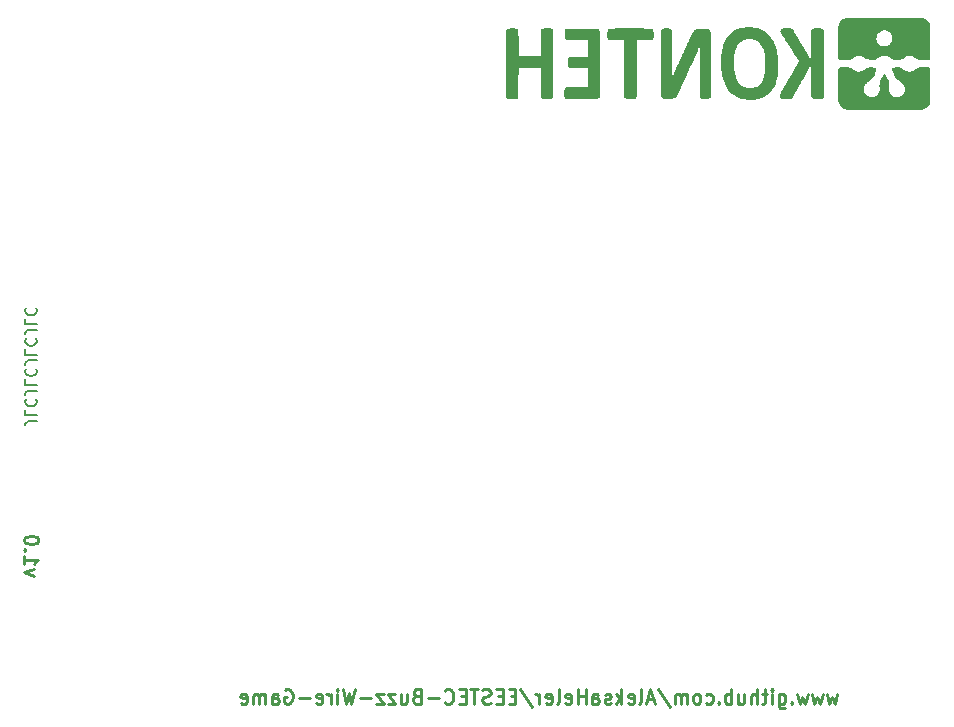
<source format=gbr>
%TF.GenerationSoftware,KiCad,Pcbnew,7.0.7*%
%TF.CreationDate,2024-02-27T23:19:37+01:00*%
%TF.ProjectId,BuzzWireGame,42757a7a-5769-4726-9547-616d652e6b69,v1.0*%
%TF.SameCoordinates,Original*%
%TF.FileFunction,Legend,Bot*%
%TF.FilePolarity,Positive*%
%FSLAX46Y46*%
G04 Gerber Fmt 4.6, Leading zero omitted, Abs format (unit mm)*
G04 Created by KiCad (PCBNEW 7.0.7) date 2024-02-27 23:19:37*
%MOMM*%
%LPD*%
G01*
G04 APERTURE LIST*
%ADD10C,0.240000*%
%ADD11C,0.150000*%
G04 APERTURE END LIST*
D10*
X170314283Y-117742662D02*
X170085712Y-118542662D01*
X170085712Y-118542662D02*
X169857140Y-117971234D01*
X169857140Y-117971234D02*
X169628569Y-118542662D01*
X169628569Y-118542662D02*
X169399997Y-117742662D01*
X169057140Y-117742662D02*
X168828569Y-118542662D01*
X168828569Y-118542662D02*
X168599997Y-117971234D01*
X168599997Y-117971234D02*
X168371426Y-118542662D01*
X168371426Y-118542662D02*
X168142854Y-117742662D01*
X167799997Y-117742662D02*
X167571426Y-118542662D01*
X167571426Y-118542662D02*
X167342854Y-117971234D01*
X167342854Y-117971234D02*
X167114283Y-118542662D01*
X167114283Y-118542662D02*
X166885711Y-117742662D01*
X166428568Y-118428377D02*
X166371425Y-118485520D01*
X166371425Y-118485520D02*
X166428568Y-118542662D01*
X166428568Y-118542662D02*
X166485711Y-118485520D01*
X166485711Y-118485520D02*
X166428568Y-118428377D01*
X166428568Y-118428377D02*
X166428568Y-118542662D01*
X165342854Y-117742662D02*
X165342854Y-118714091D01*
X165342854Y-118714091D02*
X165399996Y-118828377D01*
X165399996Y-118828377D02*
X165457139Y-118885520D01*
X165457139Y-118885520D02*
X165571425Y-118942662D01*
X165571425Y-118942662D02*
X165742854Y-118942662D01*
X165742854Y-118942662D02*
X165857139Y-118885520D01*
X165342854Y-118485520D02*
X165457139Y-118542662D01*
X165457139Y-118542662D02*
X165685711Y-118542662D01*
X165685711Y-118542662D02*
X165799996Y-118485520D01*
X165799996Y-118485520D02*
X165857139Y-118428377D01*
X165857139Y-118428377D02*
X165914282Y-118314091D01*
X165914282Y-118314091D02*
X165914282Y-117971234D01*
X165914282Y-117971234D02*
X165857139Y-117856948D01*
X165857139Y-117856948D02*
X165799996Y-117799805D01*
X165799996Y-117799805D02*
X165685711Y-117742662D01*
X165685711Y-117742662D02*
X165457139Y-117742662D01*
X165457139Y-117742662D02*
X165342854Y-117799805D01*
X164771425Y-118542662D02*
X164771425Y-117742662D01*
X164771425Y-117342662D02*
X164828568Y-117399805D01*
X164828568Y-117399805D02*
X164771425Y-117456948D01*
X164771425Y-117456948D02*
X164714282Y-117399805D01*
X164714282Y-117399805D02*
X164771425Y-117342662D01*
X164771425Y-117342662D02*
X164771425Y-117456948D01*
X164371425Y-117742662D02*
X163914282Y-117742662D01*
X164199996Y-117342662D02*
X164199996Y-118371234D01*
X164199996Y-118371234D02*
X164142853Y-118485520D01*
X164142853Y-118485520D02*
X164028568Y-118542662D01*
X164028568Y-118542662D02*
X163914282Y-118542662D01*
X163514282Y-118542662D02*
X163514282Y-117342662D01*
X162999997Y-118542662D02*
X162999997Y-117914091D01*
X162999997Y-117914091D02*
X163057139Y-117799805D01*
X163057139Y-117799805D02*
X163171425Y-117742662D01*
X163171425Y-117742662D02*
X163342854Y-117742662D01*
X163342854Y-117742662D02*
X163457139Y-117799805D01*
X163457139Y-117799805D02*
X163514282Y-117856948D01*
X161914283Y-117742662D02*
X161914283Y-118542662D01*
X162428568Y-117742662D02*
X162428568Y-118371234D01*
X162428568Y-118371234D02*
X162371425Y-118485520D01*
X162371425Y-118485520D02*
X162257140Y-118542662D01*
X162257140Y-118542662D02*
X162085711Y-118542662D01*
X162085711Y-118542662D02*
X161971425Y-118485520D01*
X161971425Y-118485520D02*
X161914283Y-118428377D01*
X161342854Y-118542662D02*
X161342854Y-117342662D01*
X161342854Y-117799805D02*
X161228569Y-117742662D01*
X161228569Y-117742662D02*
X160999997Y-117742662D01*
X160999997Y-117742662D02*
X160885711Y-117799805D01*
X160885711Y-117799805D02*
X160828569Y-117856948D01*
X160828569Y-117856948D02*
X160771426Y-117971234D01*
X160771426Y-117971234D02*
X160771426Y-118314091D01*
X160771426Y-118314091D02*
X160828569Y-118428377D01*
X160828569Y-118428377D02*
X160885711Y-118485520D01*
X160885711Y-118485520D02*
X160999997Y-118542662D01*
X160999997Y-118542662D02*
X161228569Y-118542662D01*
X161228569Y-118542662D02*
X161342854Y-118485520D01*
X160257140Y-118428377D02*
X160199997Y-118485520D01*
X160199997Y-118485520D02*
X160257140Y-118542662D01*
X160257140Y-118542662D02*
X160314283Y-118485520D01*
X160314283Y-118485520D02*
X160257140Y-118428377D01*
X160257140Y-118428377D02*
X160257140Y-118542662D01*
X159171426Y-118485520D02*
X159285711Y-118542662D01*
X159285711Y-118542662D02*
X159514283Y-118542662D01*
X159514283Y-118542662D02*
X159628568Y-118485520D01*
X159628568Y-118485520D02*
X159685711Y-118428377D01*
X159685711Y-118428377D02*
X159742854Y-118314091D01*
X159742854Y-118314091D02*
X159742854Y-117971234D01*
X159742854Y-117971234D02*
X159685711Y-117856948D01*
X159685711Y-117856948D02*
X159628568Y-117799805D01*
X159628568Y-117799805D02*
X159514283Y-117742662D01*
X159514283Y-117742662D02*
X159285711Y-117742662D01*
X159285711Y-117742662D02*
X159171426Y-117799805D01*
X158485712Y-118542662D02*
X158599997Y-118485520D01*
X158599997Y-118485520D02*
X158657140Y-118428377D01*
X158657140Y-118428377D02*
X158714283Y-118314091D01*
X158714283Y-118314091D02*
X158714283Y-117971234D01*
X158714283Y-117971234D02*
X158657140Y-117856948D01*
X158657140Y-117856948D02*
X158599997Y-117799805D01*
X158599997Y-117799805D02*
X158485712Y-117742662D01*
X158485712Y-117742662D02*
X158314283Y-117742662D01*
X158314283Y-117742662D02*
X158199997Y-117799805D01*
X158199997Y-117799805D02*
X158142855Y-117856948D01*
X158142855Y-117856948D02*
X158085712Y-117971234D01*
X158085712Y-117971234D02*
X158085712Y-118314091D01*
X158085712Y-118314091D02*
X158142855Y-118428377D01*
X158142855Y-118428377D02*
X158199997Y-118485520D01*
X158199997Y-118485520D02*
X158314283Y-118542662D01*
X158314283Y-118542662D02*
X158485712Y-118542662D01*
X157571426Y-118542662D02*
X157571426Y-117742662D01*
X157571426Y-117856948D02*
X157514283Y-117799805D01*
X157514283Y-117799805D02*
X157399998Y-117742662D01*
X157399998Y-117742662D02*
X157228569Y-117742662D01*
X157228569Y-117742662D02*
X157114283Y-117799805D01*
X157114283Y-117799805D02*
X157057141Y-117914091D01*
X157057141Y-117914091D02*
X157057141Y-118542662D01*
X157057141Y-117914091D02*
X156999998Y-117799805D01*
X156999998Y-117799805D02*
X156885712Y-117742662D01*
X156885712Y-117742662D02*
X156714283Y-117742662D01*
X156714283Y-117742662D02*
X156599998Y-117799805D01*
X156599998Y-117799805D02*
X156542855Y-117914091D01*
X156542855Y-117914091D02*
X156542855Y-118542662D01*
X155114283Y-117285520D02*
X156142855Y-118828377D01*
X154771426Y-118199805D02*
X154199998Y-118199805D01*
X154885712Y-118542662D02*
X154485712Y-117342662D01*
X154485712Y-117342662D02*
X154085712Y-118542662D01*
X153514284Y-118542662D02*
X153628569Y-118485520D01*
X153628569Y-118485520D02*
X153685712Y-118371234D01*
X153685712Y-118371234D02*
X153685712Y-117342662D01*
X152599998Y-118485520D02*
X152714284Y-118542662D01*
X152714284Y-118542662D02*
X152942856Y-118542662D01*
X152942856Y-118542662D02*
X153057141Y-118485520D01*
X153057141Y-118485520D02*
X153114284Y-118371234D01*
X153114284Y-118371234D02*
X153114284Y-117914091D01*
X153114284Y-117914091D02*
X153057141Y-117799805D01*
X153057141Y-117799805D02*
X152942856Y-117742662D01*
X152942856Y-117742662D02*
X152714284Y-117742662D01*
X152714284Y-117742662D02*
X152599998Y-117799805D01*
X152599998Y-117799805D02*
X152542856Y-117914091D01*
X152542856Y-117914091D02*
X152542856Y-118028377D01*
X152542856Y-118028377D02*
X153114284Y-118142662D01*
X152028570Y-118542662D02*
X152028570Y-117342662D01*
X151914285Y-118085520D02*
X151571427Y-118542662D01*
X151571427Y-117742662D02*
X152028570Y-118199805D01*
X151114284Y-118485520D02*
X150999998Y-118542662D01*
X150999998Y-118542662D02*
X150771427Y-118542662D01*
X150771427Y-118542662D02*
X150657141Y-118485520D01*
X150657141Y-118485520D02*
X150599998Y-118371234D01*
X150599998Y-118371234D02*
X150599998Y-118314091D01*
X150599998Y-118314091D02*
X150657141Y-118199805D01*
X150657141Y-118199805D02*
X150771427Y-118142662D01*
X150771427Y-118142662D02*
X150942856Y-118142662D01*
X150942856Y-118142662D02*
X151057141Y-118085520D01*
X151057141Y-118085520D02*
X151114284Y-117971234D01*
X151114284Y-117971234D02*
X151114284Y-117914091D01*
X151114284Y-117914091D02*
X151057141Y-117799805D01*
X151057141Y-117799805D02*
X150942856Y-117742662D01*
X150942856Y-117742662D02*
X150771427Y-117742662D01*
X150771427Y-117742662D02*
X150657141Y-117799805D01*
X149571427Y-118542662D02*
X149571427Y-117914091D01*
X149571427Y-117914091D02*
X149628569Y-117799805D01*
X149628569Y-117799805D02*
X149742855Y-117742662D01*
X149742855Y-117742662D02*
X149971427Y-117742662D01*
X149971427Y-117742662D02*
X150085712Y-117799805D01*
X149571427Y-118485520D02*
X149685712Y-118542662D01*
X149685712Y-118542662D02*
X149971427Y-118542662D01*
X149971427Y-118542662D02*
X150085712Y-118485520D01*
X150085712Y-118485520D02*
X150142855Y-118371234D01*
X150142855Y-118371234D02*
X150142855Y-118256948D01*
X150142855Y-118256948D02*
X150085712Y-118142662D01*
X150085712Y-118142662D02*
X149971427Y-118085520D01*
X149971427Y-118085520D02*
X149685712Y-118085520D01*
X149685712Y-118085520D02*
X149571427Y-118028377D01*
X148999998Y-118542662D02*
X148999998Y-117342662D01*
X148999998Y-117914091D02*
X148314284Y-117914091D01*
X148314284Y-118542662D02*
X148314284Y-117342662D01*
X147285712Y-118485520D02*
X147399998Y-118542662D01*
X147399998Y-118542662D02*
X147628570Y-118542662D01*
X147628570Y-118542662D02*
X147742855Y-118485520D01*
X147742855Y-118485520D02*
X147799998Y-118371234D01*
X147799998Y-118371234D02*
X147799998Y-117914091D01*
X147799998Y-117914091D02*
X147742855Y-117799805D01*
X147742855Y-117799805D02*
X147628570Y-117742662D01*
X147628570Y-117742662D02*
X147399998Y-117742662D01*
X147399998Y-117742662D02*
X147285712Y-117799805D01*
X147285712Y-117799805D02*
X147228570Y-117914091D01*
X147228570Y-117914091D02*
X147228570Y-118028377D01*
X147228570Y-118028377D02*
X147799998Y-118142662D01*
X146542856Y-118542662D02*
X146657141Y-118485520D01*
X146657141Y-118485520D02*
X146714284Y-118371234D01*
X146714284Y-118371234D02*
X146714284Y-117342662D01*
X145628570Y-118485520D02*
X145742856Y-118542662D01*
X145742856Y-118542662D02*
X145971428Y-118542662D01*
X145971428Y-118542662D02*
X146085713Y-118485520D01*
X146085713Y-118485520D02*
X146142856Y-118371234D01*
X146142856Y-118371234D02*
X146142856Y-117914091D01*
X146142856Y-117914091D02*
X146085713Y-117799805D01*
X146085713Y-117799805D02*
X145971428Y-117742662D01*
X145971428Y-117742662D02*
X145742856Y-117742662D01*
X145742856Y-117742662D02*
X145628570Y-117799805D01*
X145628570Y-117799805D02*
X145571428Y-117914091D01*
X145571428Y-117914091D02*
X145571428Y-118028377D01*
X145571428Y-118028377D02*
X146142856Y-118142662D01*
X145057142Y-118542662D02*
X145057142Y-117742662D01*
X145057142Y-117971234D02*
X144999999Y-117856948D01*
X144999999Y-117856948D02*
X144942857Y-117799805D01*
X144942857Y-117799805D02*
X144828571Y-117742662D01*
X144828571Y-117742662D02*
X144714285Y-117742662D01*
X143457142Y-117285520D02*
X144485714Y-118828377D01*
X143057142Y-117914091D02*
X142657142Y-117914091D01*
X142485714Y-118542662D02*
X143057142Y-118542662D01*
X143057142Y-118542662D02*
X143057142Y-117342662D01*
X143057142Y-117342662D02*
X142485714Y-117342662D01*
X141971428Y-117914091D02*
X141571428Y-117914091D01*
X141400000Y-118542662D02*
X141971428Y-118542662D01*
X141971428Y-118542662D02*
X141971428Y-117342662D01*
X141971428Y-117342662D02*
X141400000Y-117342662D01*
X140942857Y-118485520D02*
X140771429Y-118542662D01*
X140771429Y-118542662D02*
X140485714Y-118542662D01*
X140485714Y-118542662D02*
X140371429Y-118485520D01*
X140371429Y-118485520D02*
X140314286Y-118428377D01*
X140314286Y-118428377D02*
X140257143Y-118314091D01*
X140257143Y-118314091D02*
X140257143Y-118199805D01*
X140257143Y-118199805D02*
X140314286Y-118085520D01*
X140314286Y-118085520D02*
X140371429Y-118028377D01*
X140371429Y-118028377D02*
X140485714Y-117971234D01*
X140485714Y-117971234D02*
X140714286Y-117914091D01*
X140714286Y-117914091D02*
X140828571Y-117856948D01*
X140828571Y-117856948D02*
X140885714Y-117799805D01*
X140885714Y-117799805D02*
X140942857Y-117685520D01*
X140942857Y-117685520D02*
X140942857Y-117571234D01*
X140942857Y-117571234D02*
X140885714Y-117456948D01*
X140885714Y-117456948D02*
X140828571Y-117399805D01*
X140828571Y-117399805D02*
X140714286Y-117342662D01*
X140714286Y-117342662D02*
X140428571Y-117342662D01*
X140428571Y-117342662D02*
X140257143Y-117399805D01*
X139914286Y-117342662D02*
X139228572Y-117342662D01*
X139571429Y-118542662D02*
X139571429Y-117342662D01*
X138828571Y-117914091D02*
X138428571Y-117914091D01*
X138257143Y-118542662D02*
X138828571Y-118542662D01*
X138828571Y-118542662D02*
X138828571Y-117342662D01*
X138828571Y-117342662D02*
X138257143Y-117342662D01*
X137057143Y-118428377D02*
X137114286Y-118485520D01*
X137114286Y-118485520D02*
X137285714Y-118542662D01*
X137285714Y-118542662D02*
X137400000Y-118542662D01*
X137400000Y-118542662D02*
X137571429Y-118485520D01*
X137571429Y-118485520D02*
X137685714Y-118371234D01*
X137685714Y-118371234D02*
X137742857Y-118256948D01*
X137742857Y-118256948D02*
X137800000Y-118028377D01*
X137800000Y-118028377D02*
X137800000Y-117856948D01*
X137800000Y-117856948D02*
X137742857Y-117628377D01*
X137742857Y-117628377D02*
X137685714Y-117514091D01*
X137685714Y-117514091D02*
X137571429Y-117399805D01*
X137571429Y-117399805D02*
X137400000Y-117342662D01*
X137400000Y-117342662D02*
X137285714Y-117342662D01*
X137285714Y-117342662D02*
X137114286Y-117399805D01*
X137114286Y-117399805D02*
X137057143Y-117456948D01*
X136542857Y-118085520D02*
X135628572Y-118085520D01*
X134657143Y-117914091D02*
X134485715Y-117971234D01*
X134485715Y-117971234D02*
X134428572Y-118028377D01*
X134428572Y-118028377D02*
X134371429Y-118142662D01*
X134371429Y-118142662D02*
X134371429Y-118314091D01*
X134371429Y-118314091D02*
X134428572Y-118428377D01*
X134428572Y-118428377D02*
X134485715Y-118485520D01*
X134485715Y-118485520D02*
X134600000Y-118542662D01*
X134600000Y-118542662D02*
X135057143Y-118542662D01*
X135057143Y-118542662D02*
X135057143Y-117342662D01*
X135057143Y-117342662D02*
X134657143Y-117342662D01*
X134657143Y-117342662D02*
X134542858Y-117399805D01*
X134542858Y-117399805D02*
X134485715Y-117456948D01*
X134485715Y-117456948D02*
X134428572Y-117571234D01*
X134428572Y-117571234D02*
X134428572Y-117685520D01*
X134428572Y-117685520D02*
X134485715Y-117799805D01*
X134485715Y-117799805D02*
X134542858Y-117856948D01*
X134542858Y-117856948D02*
X134657143Y-117914091D01*
X134657143Y-117914091D02*
X135057143Y-117914091D01*
X133342858Y-117742662D02*
X133342858Y-118542662D01*
X133857143Y-117742662D02*
X133857143Y-118371234D01*
X133857143Y-118371234D02*
X133800000Y-118485520D01*
X133800000Y-118485520D02*
X133685715Y-118542662D01*
X133685715Y-118542662D02*
X133514286Y-118542662D01*
X133514286Y-118542662D02*
X133400000Y-118485520D01*
X133400000Y-118485520D02*
X133342858Y-118428377D01*
X132885715Y-117742662D02*
X132257144Y-117742662D01*
X132257144Y-117742662D02*
X132885715Y-118542662D01*
X132885715Y-118542662D02*
X132257144Y-118542662D01*
X131914286Y-117742662D02*
X131285715Y-117742662D01*
X131285715Y-117742662D02*
X131914286Y-118542662D01*
X131914286Y-118542662D02*
X131285715Y-118542662D01*
X130828571Y-118085520D02*
X129914286Y-118085520D01*
X129457143Y-117342662D02*
X129171429Y-118542662D01*
X129171429Y-118542662D02*
X128942857Y-117685520D01*
X128942857Y-117685520D02*
X128714286Y-118542662D01*
X128714286Y-118542662D02*
X128428572Y-117342662D01*
X127971428Y-118542662D02*
X127971428Y-117742662D01*
X127971428Y-117342662D02*
X128028571Y-117399805D01*
X128028571Y-117399805D02*
X127971428Y-117456948D01*
X127971428Y-117456948D02*
X127914285Y-117399805D01*
X127914285Y-117399805D02*
X127971428Y-117342662D01*
X127971428Y-117342662D02*
X127971428Y-117456948D01*
X127399999Y-118542662D02*
X127399999Y-117742662D01*
X127399999Y-117971234D02*
X127342856Y-117856948D01*
X127342856Y-117856948D02*
X127285714Y-117799805D01*
X127285714Y-117799805D02*
X127171428Y-117742662D01*
X127171428Y-117742662D02*
X127057142Y-117742662D01*
X126199999Y-118485520D02*
X126314285Y-118542662D01*
X126314285Y-118542662D02*
X126542857Y-118542662D01*
X126542857Y-118542662D02*
X126657142Y-118485520D01*
X126657142Y-118485520D02*
X126714285Y-118371234D01*
X126714285Y-118371234D02*
X126714285Y-117914091D01*
X126714285Y-117914091D02*
X126657142Y-117799805D01*
X126657142Y-117799805D02*
X126542857Y-117742662D01*
X126542857Y-117742662D02*
X126314285Y-117742662D01*
X126314285Y-117742662D02*
X126199999Y-117799805D01*
X126199999Y-117799805D02*
X126142857Y-117914091D01*
X126142857Y-117914091D02*
X126142857Y-118028377D01*
X126142857Y-118028377D02*
X126714285Y-118142662D01*
X125628571Y-118085520D02*
X124714286Y-118085520D01*
X123514286Y-117399805D02*
X123628572Y-117342662D01*
X123628572Y-117342662D02*
X123800000Y-117342662D01*
X123800000Y-117342662D02*
X123971429Y-117399805D01*
X123971429Y-117399805D02*
X124085714Y-117514091D01*
X124085714Y-117514091D02*
X124142857Y-117628377D01*
X124142857Y-117628377D02*
X124200000Y-117856948D01*
X124200000Y-117856948D02*
X124200000Y-118028377D01*
X124200000Y-118028377D02*
X124142857Y-118256948D01*
X124142857Y-118256948D02*
X124085714Y-118371234D01*
X124085714Y-118371234D02*
X123971429Y-118485520D01*
X123971429Y-118485520D02*
X123800000Y-118542662D01*
X123800000Y-118542662D02*
X123685714Y-118542662D01*
X123685714Y-118542662D02*
X123514286Y-118485520D01*
X123514286Y-118485520D02*
X123457143Y-118428377D01*
X123457143Y-118428377D02*
X123457143Y-118028377D01*
X123457143Y-118028377D02*
X123685714Y-118028377D01*
X122428572Y-118542662D02*
X122428572Y-117914091D01*
X122428572Y-117914091D02*
X122485714Y-117799805D01*
X122485714Y-117799805D02*
X122600000Y-117742662D01*
X122600000Y-117742662D02*
X122828572Y-117742662D01*
X122828572Y-117742662D02*
X122942857Y-117799805D01*
X122428572Y-118485520D02*
X122542857Y-118542662D01*
X122542857Y-118542662D02*
X122828572Y-118542662D01*
X122828572Y-118542662D02*
X122942857Y-118485520D01*
X122942857Y-118485520D02*
X123000000Y-118371234D01*
X123000000Y-118371234D02*
X123000000Y-118256948D01*
X123000000Y-118256948D02*
X122942857Y-118142662D01*
X122942857Y-118142662D02*
X122828572Y-118085520D01*
X122828572Y-118085520D02*
X122542857Y-118085520D01*
X122542857Y-118085520D02*
X122428572Y-118028377D01*
X121857143Y-118542662D02*
X121857143Y-117742662D01*
X121857143Y-117856948D02*
X121800000Y-117799805D01*
X121800000Y-117799805D02*
X121685715Y-117742662D01*
X121685715Y-117742662D02*
X121514286Y-117742662D01*
X121514286Y-117742662D02*
X121400000Y-117799805D01*
X121400000Y-117799805D02*
X121342858Y-117914091D01*
X121342858Y-117914091D02*
X121342858Y-118542662D01*
X121342858Y-117914091D02*
X121285715Y-117799805D01*
X121285715Y-117799805D02*
X121171429Y-117742662D01*
X121171429Y-117742662D02*
X121000000Y-117742662D01*
X121000000Y-117742662D02*
X120885715Y-117799805D01*
X120885715Y-117799805D02*
X120828572Y-117914091D01*
X120828572Y-117914091D02*
X120828572Y-118542662D01*
X119800000Y-118485520D02*
X119914286Y-118542662D01*
X119914286Y-118542662D02*
X120142858Y-118542662D01*
X120142858Y-118542662D02*
X120257143Y-118485520D01*
X120257143Y-118485520D02*
X120314286Y-118371234D01*
X120314286Y-118371234D02*
X120314286Y-117914091D01*
X120314286Y-117914091D02*
X120257143Y-117799805D01*
X120257143Y-117799805D02*
X120142858Y-117742662D01*
X120142858Y-117742662D02*
X119914286Y-117742662D01*
X119914286Y-117742662D02*
X119800000Y-117799805D01*
X119800000Y-117799805D02*
X119742858Y-117914091D01*
X119742858Y-117914091D02*
X119742858Y-118028377D01*
X119742858Y-118028377D02*
X120314286Y-118142662D01*
X102257337Y-107714285D02*
X101457337Y-107428571D01*
X101457337Y-107428571D02*
X102257337Y-107142856D01*
X101457337Y-106057142D02*
X101457337Y-106742856D01*
X101457337Y-106399999D02*
X102657337Y-106399999D01*
X102657337Y-106399999D02*
X102485908Y-106514285D01*
X102485908Y-106514285D02*
X102371622Y-106628570D01*
X102371622Y-106628570D02*
X102314480Y-106742856D01*
X101571622Y-105542856D02*
X101514480Y-105485713D01*
X101514480Y-105485713D02*
X101457337Y-105542856D01*
X101457337Y-105542856D02*
X101514480Y-105599999D01*
X101514480Y-105599999D02*
X101571622Y-105542856D01*
X101571622Y-105542856D02*
X101457337Y-105542856D01*
X102657337Y-104742856D02*
X102657337Y-104628570D01*
X102657337Y-104628570D02*
X102600194Y-104514284D01*
X102600194Y-104514284D02*
X102543051Y-104457142D01*
X102543051Y-104457142D02*
X102428765Y-104399999D01*
X102428765Y-104399999D02*
X102200194Y-104342856D01*
X102200194Y-104342856D02*
X101914480Y-104342856D01*
X101914480Y-104342856D02*
X101685908Y-104399999D01*
X101685908Y-104399999D02*
X101571622Y-104457142D01*
X101571622Y-104457142D02*
X101514480Y-104514284D01*
X101514480Y-104514284D02*
X101457337Y-104628570D01*
X101457337Y-104628570D02*
X101457337Y-104742856D01*
X101457337Y-104742856D02*
X101514480Y-104857142D01*
X101514480Y-104857142D02*
X101571622Y-104914284D01*
X101571622Y-104914284D02*
X101685908Y-104971427D01*
X101685908Y-104971427D02*
X101914480Y-105028570D01*
X101914480Y-105028570D02*
X102200194Y-105028570D01*
X102200194Y-105028570D02*
X102428765Y-104971427D01*
X102428765Y-104971427D02*
X102543051Y-104914284D01*
X102543051Y-104914284D02*
X102600194Y-104857142D01*
X102600194Y-104857142D02*
X102657337Y-104742856D01*
D11*
X102545180Y-94619048D02*
X101830895Y-94619048D01*
X101830895Y-94619048D02*
X101688038Y-94666667D01*
X101688038Y-94666667D02*
X101592800Y-94761905D01*
X101592800Y-94761905D02*
X101545180Y-94904762D01*
X101545180Y-94904762D02*
X101545180Y-95000000D01*
X101545180Y-93666667D02*
X101545180Y-94142857D01*
X101545180Y-94142857D02*
X102545180Y-94142857D01*
X101640419Y-92761905D02*
X101592800Y-92809524D01*
X101592800Y-92809524D02*
X101545180Y-92952381D01*
X101545180Y-92952381D02*
X101545180Y-93047619D01*
X101545180Y-93047619D02*
X101592800Y-93190476D01*
X101592800Y-93190476D02*
X101688038Y-93285714D01*
X101688038Y-93285714D02*
X101783276Y-93333333D01*
X101783276Y-93333333D02*
X101973752Y-93380952D01*
X101973752Y-93380952D02*
X102116609Y-93380952D01*
X102116609Y-93380952D02*
X102307085Y-93333333D01*
X102307085Y-93333333D02*
X102402323Y-93285714D01*
X102402323Y-93285714D02*
X102497561Y-93190476D01*
X102497561Y-93190476D02*
X102545180Y-93047619D01*
X102545180Y-93047619D02*
X102545180Y-92952381D01*
X102545180Y-92952381D02*
X102497561Y-92809524D01*
X102497561Y-92809524D02*
X102449942Y-92761905D01*
X102545180Y-92047619D02*
X101830895Y-92047619D01*
X101830895Y-92047619D02*
X101688038Y-92095238D01*
X101688038Y-92095238D02*
X101592800Y-92190476D01*
X101592800Y-92190476D02*
X101545180Y-92333333D01*
X101545180Y-92333333D02*
X101545180Y-92428571D01*
X101545180Y-91095238D02*
X101545180Y-91571428D01*
X101545180Y-91571428D02*
X102545180Y-91571428D01*
X101640419Y-90190476D02*
X101592800Y-90238095D01*
X101592800Y-90238095D02*
X101545180Y-90380952D01*
X101545180Y-90380952D02*
X101545180Y-90476190D01*
X101545180Y-90476190D02*
X101592800Y-90619047D01*
X101592800Y-90619047D02*
X101688038Y-90714285D01*
X101688038Y-90714285D02*
X101783276Y-90761904D01*
X101783276Y-90761904D02*
X101973752Y-90809523D01*
X101973752Y-90809523D02*
X102116609Y-90809523D01*
X102116609Y-90809523D02*
X102307085Y-90761904D01*
X102307085Y-90761904D02*
X102402323Y-90714285D01*
X102402323Y-90714285D02*
X102497561Y-90619047D01*
X102497561Y-90619047D02*
X102545180Y-90476190D01*
X102545180Y-90476190D02*
X102545180Y-90380952D01*
X102545180Y-90380952D02*
X102497561Y-90238095D01*
X102497561Y-90238095D02*
X102449942Y-90190476D01*
X102545180Y-89476190D02*
X101830895Y-89476190D01*
X101830895Y-89476190D02*
X101688038Y-89523809D01*
X101688038Y-89523809D02*
X101592800Y-89619047D01*
X101592800Y-89619047D02*
X101545180Y-89761904D01*
X101545180Y-89761904D02*
X101545180Y-89857142D01*
X101545180Y-88523809D02*
X101545180Y-88999999D01*
X101545180Y-88999999D02*
X102545180Y-88999999D01*
X101640419Y-87619047D02*
X101592800Y-87666666D01*
X101592800Y-87666666D02*
X101545180Y-87809523D01*
X101545180Y-87809523D02*
X101545180Y-87904761D01*
X101545180Y-87904761D02*
X101592800Y-88047618D01*
X101592800Y-88047618D02*
X101688038Y-88142856D01*
X101688038Y-88142856D02*
X101783276Y-88190475D01*
X101783276Y-88190475D02*
X101973752Y-88238094D01*
X101973752Y-88238094D02*
X102116609Y-88238094D01*
X102116609Y-88238094D02*
X102307085Y-88190475D01*
X102307085Y-88190475D02*
X102402323Y-88142856D01*
X102402323Y-88142856D02*
X102497561Y-88047618D01*
X102497561Y-88047618D02*
X102545180Y-87904761D01*
X102545180Y-87904761D02*
X102545180Y-87809523D01*
X102545180Y-87809523D02*
X102497561Y-87666666D01*
X102497561Y-87666666D02*
X102449942Y-87619047D01*
X102545180Y-86904761D02*
X101830895Y-86904761D01*
X101830895Y-86904761D02*
X101688038Y-86952380D01*
X101688038Y-86952380D02*
X101592800Y-87047618D01*
X101592800Y-87047618D02*
X101545180Y-87190475D01*
X101545180Y-87190475D02*
X101545180Y-87285713D01*
X101545180Y-85952380D02*
X101545180Y-86428570D01*
X101545180Y-86428570D02*
X102545180Y-86428570D01*
X101640419Y-85047618D02*
X101592800Y-85095237D01*
X101592800Y-85095237D02*
X101545180Y-85238094D01*
X101545180Y-85238094D02*
X101545180Y-85333332D01*
X101545180Y-85333332D02*
X101592800Y-85476189D01*
X101592800Y-85476189D02*
X101688038Y-85571427D01*
X101688038Y-85571427D02*
X101783276Y-85619046D01*
X101783276Y-85619046D02*
X101973752Y-85666665D01*
X101973752Y-85666665D02*
X102116609Y-85666665D01*
X102116609Y-85666665D02*
X102307085Y-85619046D01*
X102307085Y-85619046D02*
X102402323Y-85571427D01*
X102402323Y-85571427D02*
X102497561Y-85476189D01*
X102497561Y-85476189D02*
X102545180Y-85333332D01*
X102545180Y-85333332D02*
X102545180Y-85238094D01*
X102545180Y-85238094D02*
X102497561Y-85095237D01*
X102497561Y-85095237D02*
X102449942Y-85047618D01*
%TO.C,G\u002A\u002A\u002A*%
G36*
X152795652Y-61387933D02*
G01*
X153003199Y-61387965D01*
X153219603Y-61388051D01*
X153417331Y-61388194D01*
X153597125Y-61388400D01*
X153759730Y-61388673D01*
X153905890Y-61389019D01*
X154036349Y-61389443D01*
X154151851Y-61389951D01*
X154253139Y-61390546D01*
X154340959Y-61391234D01*
X154416053Y-61392022D01*
X154479166Y-61392912D01*
X154531042Y-61393912D01*
X154572424Y-61395025D01*
X154604057Y-61396257D01*
X154626685Y-61397613D01*
X154641051Y-61399099D01*
X154647900Y-61400719D01*
X154651128Y-61402443D01*
X154680219Y-61427959D01*
X154704337Y-61469398D01*
X154723680Y-61527512D01*
X154738443Y-61603050D01*
X154748825Y-61696765D01*
X154755021Y-61809407D01*
X154755610Y-61828246D01*
X154756450Y-61956774D01*
X154751291Y-62069426D01*
X154740239Y-62165513D01*
X154723397Y-62244347D01*
X154700873Y-62305239D01*
X154672770Y-62347501D01*
X154640554Y-62381660D01*
X153981641Y-62381660D01*
X153322727Y-62381660D01*
X153322507Y-64783617D01*
X153322505Y-64804433D01*
X153322477Y-65062124D01*
X153322441Y-65300556D01*
X153322389Y-65520494D01*
X153322317Y-65722698D01*
X153322217Y-65907932D01*
X153322084Y-66076957D01*
X153321912Y-66230536D01*
X153321695Y-66369431D01*
X153321426Y-66494405D01*
X153321100Y-66606220D01*
X153320711Y-66705638D01*
X153320253Y-66793422D01*
X153319719Y-66870333D01*
X153319104Y-66937134D01*
X153318402Y-66994587D01*
X153317606Y-67043456D01*
X153316710Y-67084501D01*
X153315709Y-67118485D01*
X153314597Y-67146171D01*
X153313367Y-67168321D01*
X153312014Y-67185698D01*
X153310531Y-67199062D01*
X153308912Y-67209178D01*
X153307152Y-67216806D01*
X153305244Y-67222711D01*
X153303182Y-67227652D01*
X153302889Y-67228292D01*
X153276731Y-67264317D01*
X153233919Y-67294343D01*
X153173745Y-67318657D01*
X153095503Y-67337545D01*
X152998484Y-67351296D01*
X152954249Y-67354420D01*
X152894187Y-67356211D01*
X152824865Y-67356591D01*
X152751172Y-67355663D01*
X152677994Y-67353531D01*
X152610218Y-67350300D01*
X152552731Y-67346071D01*
X152510421Y-67340950D01*
X152493427Y-67337880D01*
X152437388Y-67324763D01*
X152385652Y-67308486D01*
X152343434Y-67290855D01*
X152315951Y-67273673D01*
X152313885Y-67271901D01*
X152308965Y-67268035D01*
X152304415Y-67264399D01*
X152300219Y-67260240D01*
X152296363Y-67254808D01*
X152292832Y-67247349D01*
X152289613Y-67237111D01*
X152286691Y-67223343D01*
X152284052Y-67205291D01*
X152281681Y-67182204D01*
X152279565Y-67153330D01*
X152277688Y-67117916D01*
X152276036Y-67075211D01*
X152274595Y-67024461D01*
X152273352Y-66964915D01*
X152272290Y-66895821D01*
X152271397Y-66816427D01*
X152270658Y-66725979D01*
X152270058Y-66623727D01*
X152269583Y-66508917D01*
X152269219Y-66380798D01*
X152268952Y-66238618D01*
X152268766Y-66081624D01*
X152268649Y-65909064D01*
X152268585Y-65720186D01*
X152268560Y-65514238D01*
X152268560Y-65290467D01*
X152268570Y-65048121D01*
X152268577Y-64786449D01*
X152268577Y-62381660D01*
X151609984Y-62381660D01*
X150951391Y-62381660D01*
X150918234Y-62348503D01*
X150893476Y-62316489D01*
X150872201Y-62270963D01*
X150855866Y-62212254D01*
X150844267Y-62139062D01*
X150837203Y-62050083D01*
X150834471Y-61944017D01*
X150835867Y-61819561D01*
X150837332Y-61770803D01*
X150841977Y-61677441D01*
X150848981Y-61601203D01*
X150858828Y-61540104D01*
X150872002Y-61492159D01*
X150888986Y-61455387D01*
X150910263Y-61427801D01*
X150936317Y-61407420D01*
X150940340Y-61405141D01*
X150945441Y-61402925D01*
X150952257Y-61400906D01*
X150961665Y-61399077D01*
X150974538Y-61397426D01*
X150991751Y-61395946D01*
X151014178Y-61394626D01*
X151042693Y-61393459D01*
X151078172Y-61392434D01*
X151121488Y-61391543D01*
X151173515Y-61390776D01*
X151235129Y-61390124D01*
X151307204Y-61389578D01*
X151390614Y-61389129D01*
X151486233Y-61388767D01*
X151594935Y-61388485D01*
X151717596Y-61388271D01*
X151855090Y-61388118D01*
X152008291Y-61388015D01*
X152178073Y-61387955D01*
X152365311Y-61387927D01*
X152570879Y-61387923D01*
X152795652Y-61387933D01*
G37*
G36*
X148146563Y-61389277D02*
G01*
X148303257Y-61389440D01*
X148478088Y-61389709D01*
X148672026Y-61390077D01*
X149994624Y-61392767D01*
X150042145Y-61414717D01*
X150054787Y-61420793D01*
X150119066Y-61461726D01*
X150167149Y-61512968D01*
X150200520Y-61576512D01*
X150220664Y-61654350D01*
X150221706Y-61670468D01*
X150222714Y-61706439D01*
X150223665Y-61761778D01*
X150224559Y-61836128D01*
X150225394Y-61929130D01*
X150226168Y-62040425D01*
X150226881Y-62169654D01*
X150227531Y-62316460D01*
X150228118Y-62480484D01*
X150228638Y-62661367D01*
X150229093Y-62858750D01*
X150229479Y-63072276D01*
X150229796Y-63301585D01*
X150230043Y-63546319D01*
X150230217Y-63806120D01*
X150230319Y-64080628D01*
X150230347Y-64369486D01*
X150230337Y-64548083D01*
X150230305Y-64811505D01*
X150230250Y-65056013D01*
X150230167Y-65282321D01*
X150230052Y-65491138D01*
X150229902Y-65683176D01*
X150229713Y-65859147D01*
X150229479Y-66019761D01*
X150229198Y-66165731D01*
X150228865Y-66297768D01*
X150228476Y-66416583D01*
X150228027Y-66522887D01*
X150227514Y-66617392D01*
X150226934Y-66700809D01*
X150226281Y-66773850D01*
X150225552Y-66837226D01*
X150224744Y-66891648D01*
X150223851Y-66937828D01*
X150222870Y-66976478D01*
X150221797Y-67008307D01*
X150220628Y-67034029D01*
X150219358Y-67054354D01*
X150217985Y-67069993D01*
X150216503Y-67081659D01*
X150214908Y-67090062D01*
X150210976Y-67105746D01*
X150184691Y-67177882D01*
X150147515Y-67234646D01*
X150097539Y-67278361D01*
X150032850Y-67311349D01*
X150031943Y-67311700D01*
X150024338Y-67314366D01*
X150015416Y-67316765D01*
X150004136Y-67318909D01*
X149989455Y-67320815D01*
X149970330Y-67322497D01*
X149945720Y-67323969D01*
X149914582Y-67325246D01*
X149875874Y-67326343D01*
X149828552Y-67327274D01*
X149771576Y-67328054D01*
X149703902Y-67328697D01*
X149624488Y-67329219D01*
X149532292Y-67329632D01*
X149426270Y-67329953D01*
X149305382Y-67330196D01*
X149168584Y-67330375D01*
X149014835Y-67330505D01*
X148843091Y-67330601D01*
X148652310Y-67330677D01*
X148450234Y-67330695D01*
X148258907Y-67330592D01*
X148086627Y-67330361D01*
X147932869Y-67329997D01*
X147797106Y-67329496D01*
X147678813Y-67328854D01*
X147577464Y-67328068D01*
X147492533Y-67327132D01*
X147423494Y-67326043D01*
X147369820Y-67324797D01*
X147330985Y-67323389D01*
X147306465Y-67321816D01*
X147295732Y-67320073D01*
X147275182Y-67304347D01*
X147250683Y-67270687D01*
X147228491Y-67224821D01*
X147211009Y-67170974D01*
X147210308Y-67168080D01*
X147204328Y-67131222D01*
X147199267Y-67078866D01*
X147195224Y-67015133D01*
X147192300Y-66944142D01*
X147190591Y-66870011D01*
X147190198Y-66796861D01*
X147191219Y-66728809D01*
X147193753Y-66669976D01*
X147197899Y-66624480D01*
X147207645Y-66565776D01*
X147225674Y-66496449D01*
X147248317Y-66442698D01*
X147274822Y-66406654D01*
X147300624Y-66382411D01*
X148243533Y-66379701D01*
X149186443Y-66376991D01*
X149186443Y-65543911D01*
X149186443Y-64710830D01*
X148392316Y-64710830D01*
X147598190Y-64710830D01*
X147565033Y-64677673D01*
X147563541Y-64676155D01*
X147535800Y-64637545D01*
X147515517Y-64589827D01*
X147510164Y-64568705D01*
X147501068Y-64516430D01*
X147493447Y-64451573D01*
X147487651Y-64379000D01*
X147484033Y-64303581D01*
X147482944Y-64230184D01*
X147484736Y-64163676D01*
X147490277Y-64083537D01*
X147500056Y-63997573D01*
X147513256Y-63928585D01*
X147530305Y-63874930D01*
X147551632Y-63834965D01*
X147577663Y-63807049D01*
X147577755Y-63806977D01*
X147582838Y-63803358D01*
X147589135Y-63800209D01*
X147597996Y-63797497D01*
X147610766Y-63795191D01*
X147628794Y-63793258D01*
X147653428Y-63791663D01*
X147686013Y-63790376D01*
X147727899Y-63789363D01*
X147780432Y-63788591D01*
X147844959Y-63788028D01*
X147922828Y-63787640D01*
X148015387Y-63787396D01*
X148123983Y-63787262D01*
X148249963Y-63787205D01*
X148394674Y-63787194D01*
X149186443Y-63787194D01*
X149186443Y-63064348D01*
X149186443Y-62341502D01*
X148261845Y-62341502D01*
X148181807Y-62341516D01*
X148029932Y-62341598D01*
X147896339Y-62341660D01*
X147779814Y-62341595D01*
X147679143Y-62341294D01*
X147593115Y-62340649D01*
X147520515Y-62339552D01*
X147460131Y-62337896D01*
X147410749Y-62335572D01*
X147371157Y-62332471D01*
X147340142Y-62328487D01*
X147316490Y-62323510D01*
X147298988Y-62317433D01*
X147286423Y-62310148D01*
X147277583Y-62301546D01*
X147271253Y-62291520D01*
X147266222Y-62279961D01*
X147261275Y-62266761D01*
X147255200Y-62251813D01*
X147245936Y-62228474D01*
X147230301Y-62171978D01*
X147219217Y-62102796D01*
X147212511Y-62019175D01*
X147210015Y-61919359D01*
X147211557Y-61801595D01*
X147215664Y-61702887D01*
X147222869Y-61615016D01*
X147233357Y-61544181D01*
X147247517Y-61488892D01*
X147265736Y-61447658D01*
X147288405Y-61418988D01*
X147315910Y-61401391D01*
X147318211Y-61400579D01*
X147327483Y-61398614D01*
X147342269Y-61396862D01*
X147363541Y-61395314D01*
X147392269Y-61393963D01*
X147429424Y-61392798D01*
X147475977Y-61391814D01*
X147532900Y-61391002D01*
X147601163Y-61390353D01*
X147681737Y-61389859D01*
X147775593Y-61389513D01*
X147883702Y-61389306D01*
X148007035Y-61389230D01*
X148146563Y-61389277D01*
G37*
G36*
X165315068Y-64505020D02*
G01*
X165313841Y-64574746D01*
X165301777Y-64863539D01*
X165278625Y-65135814D01*
X165244312Y-65391800D01*
X165198767Y-65631725D01*
X165141916Y-65855818D01*
X165073687Y-66064307D01*
X164994007Y-66257420D01*
X164902804Y-66435385D01*
X164800005Y-66598432D01*
X164685537Y-66746788D01*
X164559327Y-66880681D01*
X164514870Y-66921975D01*
X164374370Y-67036212D01*
X164223208Y-67135652D01*
X164060734Y-67220535D01*
X163886303Y-67291100D01*
X163699266Y-67347584D01*
X163498977Y-67390228D01*
X163284786Y-67419270D01*
X163056047Y-67434948D01*
X163055060Y-67434987D01*
X163018697Y-67436567D01*
X162990225Y-67438125D01*
X162975731Y-67439329D01*
X162964921Y-67439418D01*
X162936897Y-67438611D01*
X162895293Y-67436984D01*
X162843506Y-67434670D01*
X162784936Y-67431804D01*
X162625363Y-67420434D01*
X162451280Y-67399045D01*
X162289248Y-67368255D01*
X162135801Y-67327254D01*
X161987472Y-67275234D01*
X161840795Y-67211383D01*
X161694226Y-67134390D01*
X161524654Y-67025102D01*
X161367305Y-66899991D01*
X161222237Y-66759158D01*
X161089508Y-66602707D01*
X160969177Y-66430741D01*
X160861302Y-66243362D01*
X160765940Y-66040674D01*
X160683151Y-65822778D01*
X160612991Y-65589779D01*
X160555519Y-65341779D01*
X160510793Y-65078880D01*
X160478872Y-64801186D01*
X160477271Y-64781150D01*
X160473742Y-64718728D01*
X160470893Y-64641275D01*
X160468723Y-64551981D01*
X160467229Y-64454038D01*
X160466411Y-64350636D01*
X160466402Y-64344388D01*
X161562616Y-64344388D01*
X161562752Y-64391950D01*
X161568985Y-64634464D01*
X161584603Y-64859769D01*
X161609757Y-65068398D01*
X161644601Y-65260888D01*
X161689288Y-65437774D01*
X161743970Y-65599592D01*
X161808800Y-65746875D01*
X161883931Y-65880161D01*
X161969516Y-65999983D01*
X162065707Y-66106879D01*
X162066685Y-66107846D01*
X162169909Y-66200928D01*
X162274269Y-66276022D01*
X162383314Y-66335053D01*
X162500593Y-66379944D01*
X162629654Y-66412620D01*
X162636659Y-66413945D01*
X162688220Y-66420962D01*
X162753493Y-66426518D01*
X162827067Y-66430450D01*
X162903534Y-66432596D01*
X162977486Y-66432792D01*
X163043513Y-66430875D01*
X163096205Y-66426683D01*
X163190280Y-66412249D01*
X163337124Y-66375983D01*
X163471225Y-66324301D01*
X163592973Y-66256933D01*
X163702755Y-66173609D01*
X163800960Y-66074062D01*
X163887976Y-65958021D01*
X163964193Y-65825218D01*
X163979458Y-65794016D01*
X164036338Y-65660726D01*
X164085019Y-65516318D01*
X164125690Y-65359687D01*
X164158541Y-65189724D01*
X164183760Y-65005324D01*
X164201537Y-64805379D01*
X164212061Y-64588782D01*
X164215521Y-64354427D01*
X164213233Y-64180081D01*
X164202391Y-63953049D01*
X164182448Y-63742740D01*
X164153197Y-63548369D01*
X164114428Y-63369149D01*
X164065935Y-63204294D01*
X164007509Y-63053018D01*
X163938942Y-62914536D01*
X163860026Y-62788061D01*
X163770554Y-62672807D01*
X163761801Y-62662773D01*
X163654728Y-62555978D01*
X163537006Y-62466087D01*
X163409274Y-62393467D01*
X163272167Y-62338487D01*
X163126324Y-62301511D01*
X163090627Y-62295990D01*
X163019777Y-62289021D01*
X162939447Y-62284819D01*
X162856131Y-62283554D01*
X162776321Y-62285397D01*
X162706511Y-62290518D01*
X162628325Y-62301050D01*
X162483177Y-62332970D01*
X162350300Y-62379934D01*
X162228516Y-62442402D01*
X162116648Y-62520834D01*
X162091945Y-62541372D01*
X161997398Y-62632839D01*
X161912641Y-62737130D01*
X161837507Y-62854802D01*
X161771826Y-62986408D01*
X161715431Y-63132503D01*
X161668152Y-63293641D01*
X161629822Y-63470377D01*
X161600272Y-63663265D01*
X161579333Y-63872860D01*
X161566837Y-64099716D01*
X161562616Y-64344388D01*
X160466402Y-64344388D01*
X160466266Y-64244967D01*
X160466792Y-64140221D01*
X160467988Y-64039589D01*
X160469853Y-63946261D01*
X160472383Y-63863429D01*
X160475579Y-63794284D01*
X160479438Y-63742016D01*
X160480666Y-63729590D01*
X160511682Y-63471921D01*
X160551680Y-63231548D01*
X160600896Y-63007722D01*
X160659565Y-62799694D01*
X160727924Y-62606716D01*
X160806208Y-62428039D01*
X160894654Y-62262915D01*
X160993498Y-62110593D01*
X161087847Y-61988264D01*
X161216488Y-61849162D01*
X161356887Y-61725861D01*
X161509403Y-61618140D01*
X161674399Y-61525775D01*
X161852234Y-61448545D01*
X162043269Y-61386229D01*
X162247866Y-61338604D01*
X162257482Y-61336776D01*
X162328024Y-61323949D01*
X162391457Y-61313820D01*
X162451664Y-61306087D01*
X162512527Y-61300452D01*
X162577929Y-61296615D01*
X162651753Y-61294276D01*
X162737881Y-61293135D01*
X162840198Y-61292894D01*
X162916188Y-61293268D01*
X163026488Y-61295339D01*
X163123138Y-61299594D01*
X163210091Y-61306462D01*
X163291299Y-61316370D01*
X163370714Y-61329746D01*
X163452291Y-61347017D01*
X163539980Y-61368610D01*
X163554167Y-61372341D01*
X163753380Y-61435416D01*
X163942268Y-61515607D01*
X164120430Y-61612584D01*
X164287469Y-61726017D01*
X164442984Y-61855576D01*
X164586577Y-62000929D01*
X164717849Y-62161748D01*
X164836400Y-62337702D01*
X164941832Y-62528460D01*
X164964679Y-62575286D01*
X165051722Y-62775628D01*
X165126045Y-62985720D01*
X165187831Y-63206527D01*
X165237261Y-63439013D01*
X165274518Y-63684142D01*
X165299784Y-63942877D01*
X165313240Y-64216181D01*
X165314115Y-64354427D01*
X165315068Y-64505020D01*
G37*
G36*
X142872430Y-61368453D02*
G01*
X142969403Y-61372292D01*
X143050581Y-61379613D01*
X143118326Y-61390735D01*
X143175000Y-61405974D01*
X143222964Y-61425647D01*
X143226781Y-61427487D01*
X143240200Y-61433314D01*
X143252165Y-61438229D01*
X143262758Y-61443336D01*
X143272063Y-61449740D01*
X143280162Y-61458547D01*
X143287138Y-61470860D01*
X143293074Y-61487784D01*
X143298053Y-61510425D01*
X143302158Y-61539887D01*
X143305471Y-61577275D01*
X143308076Y-61623694D01*
X143310055Y-61680249D01*
X143311491Y-61748043D01*
X143312467Y-61828183D01*
X143313066Y-61921773D01*
X143313371Y-62029917D01*
X143313464Y-62153721D01*
X143313429Y-62294290D01*
X143313348Y-62452727D01*
X143313304Y-62630139D01*
X143313320Y-63736996D01*
X144266863Y-63736996D01*
X145220405Y-63736996D01*
X145223127Y-62625119D01*
X145223243Y-62576347D01*
X145223602Y-62404127D01*
X145223901Y-62250590D01*
X145224221Y-62114633D01*
X145224647Y-61995153D01*
X145225261Y-61891046D01*
X145226146Y-61801210D01*
X145227386Y-61724540D01*
X145229063Y-61659933D01*
X145231260Y-61606286D01*
X145234061Y-61562495D01*
X145237549Y-61527458D01*
X145241806Y-61500071D01*
X145246915Y-61479230D01*
X145252960Y-61463833D01*
X145260024Y-61452775D01*
X145268190Y-61444953D01*
X145277540Y-61439265D01*
X145288158Y-61434606D01*
X145300127Y-61429873D01*
X145313530Y-61423964D01*
X145342315Y-61411342D01*
X145390460Y-61395617D01*
X145446081Y-61383834D01*
X145511666Y-61375716D01*
X145589703Y-61370987D01*
X145682679Y-61369370D01*
X145793083Y-61370586D01*
X145825196Y-61371325D01*
X145914215Y-61374263D01*
X145986823Y-61378452D01*
X146045796Y-61384320D01*
X146093910Y-61392292D01*
X146133940Y-61402792D01*
X146168664Y-61416247D01*
X146200855Y-61433081D01*
X146201563Y-61433489D01*
X146208864Y-61436945D01*
X146215668Y-61439215D01*
X146221993Y-61440985D01*
X146227856Y-61442940D01*
X146233274Y-61445767D01*
X146238265Y-61450152D01*
X146242845Y-61456780D01*
X146247034Y-61466338D01*
X146250847Y-61479512D01*
X146254302Y-61496987D01*
X146257417Y-61519450D01*
X146260208Y-61547586D01*
X146262695Y-61582082D01*
X146264892Y-61623623D01*
X146266820Y-61672896D01*
X146268493Y-61730586D01*
X146269930Y-61797379D01*
X146271149Y-61873962D01*
X146272167Y-61961020D01*
X146273000Y-62059240D01*
X146273667Y-62169307D01*
X146274184Y-62291907D01*
X146274570Y-62427726D01*
X146274842Y-62577450D01*
X146275016Y-62741766D01*
X146275111Y-62921359D01*
X146275143Y-63116915D01*
X146275131Y-63329120D01*
X146275091Y-63558661D01*
X146275041Y-63806222D01*
X146274998Y-64072490D01*
X146274980Y-64358152D01*
X146274980Y-64370656D01*
X146274956Y-64672192D01*
X146274885Y-64954135D01*
X146274766Y-65216953D01*
X146274596Y-65461114D01*
X146274374Y-65687084D01*
X146274099Y-65895331D01*
X146273767Y-66086323D01*
X146273378Y-66260527D01*
X146272929Y-66418410D01*
X146272419Y-66560441D01*
X146271845Y-66687086D01*
X146271206Y-66798813D01*
X146270500Y-66896090D01*
X146269725Y-66979384D01*
X146268879Y-67049162D01*
X146267960Y-67105893D01*
X146266966Y-67150042D01*
X146265896Y-67182079D01*
X146264748Y-67202471D01*
X146263519Y-67211684D01*
X146263140Y-67212796D01*
X146250386Y-67241894D01*
X146235910Y-67264681D01*
X146219569Y-67279299D01*
X146177568Y-67301868D01*
X146118762Y-67321748D01*
X146045151Y-67338317D01*
X145958735Y-67350952D01*
X145949243Y-67351912D01*
X145901670Y-67354777D01*
X145841030Y-67356285D01*
X145772058Y-67356523D01*
X145699485Y-67355582D01*
X145628045Y-67353548D01*
X145562471Y-67350510D01*
X145507496Y-67346557D01*
X145467854Y-67341778D01*
X145451356Y-67338870D01*
X145376494Y-67321958D01*
X145319152Y-67301300D01*
X145277298Y-67275718D01*
X145248902Y-67244035D01*
X145231930Y-67205073D01*
X145230491Y-67195297D01*
X145228769Y-67168963D01*
X145227228Y-67126888D01*
X145225864Y-67068637D01*
X145224675Y-66993778D01*
X145223655Y-66901876D01*
X145222801Y-66792497D01*
X145222109Y-66665209D01*
X145221576Y-66519577D01*
X145221197Y-66355167D01*
X145220968Y-66171546D01*
X145220886Y-65968281D01*
X145220830Y-64771067D01*
X144267193Y-64771067D01*
X143313556Y-64771067D01*
X143310928Y-65995155D01*
X143310927Y-65995951D01*
X143310532Y-66178037D01*
X143310158Y-66341123D01*
X143309785Y-66486283D01*
X143309393Y-66614591D01*
X143308962Y-66727122D01*
X143308473Y-66824951D01*
X143307905Y-66909151D01*
X143307238Y-66980796D01*
X143306453Y-67040962D01*
X143305529Y-67090723D01*
X143304447Y-67131152D01*
X143303187Y-67163325D01*
X143301729Y-67188315D01*
X143300052Y-67207196D01*
X143298137Y-67221045D01*
X143295965Y-67230933D01*
X143293514Y-67237937D01*
X143290766Y-67243130D01*
X143287699Y-67247586D01*
X143274795Y-67262290D01*
X143232393Y-67292293D01*
X143172572Y-67317730D01*
X143096961Y-67337828D01*
X143095688Y-67338088D01*
X143048268Y-67344944D01*
X142985421Y-67350079D01*
X142911576Y-67353492D01*
X142831162Y-67355185D01*
X142748607Y-67355156D01*
X142668342Y-67353406D01*
X142594794Y-67349934D01*
X142532393Y-67344742D01*
X142485569Y-67337828D01*
X142451139Y-67329922D01*
X142379313Y-67306387D01*
X142326316Y-67277074D01*
X142291813Y-67241816D01*
X142269209Y-67207703D01*
X142269247Y-64360472D01*
X142269247Y-64332758D01*
X142269252Y-64051708D01*
X142269263Y-63789974D01*
X142269284Y-63546860D01*
X142269320Y-63321670D01*
X142269376Y-63113707D01*
X142269458Y-62922274D01*
X142269570Y-62746676D01*
X142269716Y-62586215D01*
X142269903Y-62440196D01*
X142270134Y-62307921D01*
X142270415Y-62188695D01*
X142270751Y-62081821D01*
X142271146Y-61986602D01*
X142271606Y-61902343D01*
X142272136Y-61828345D01*
X142272739Y-61763914D01*
X142273422Y-61708353D01*
X142274189Y-61660964D01*
X142275045Y-61621053D01*
X142275996Y-61587922D01*
X142277045Y-61560874D01*
X142278198Y-61539214D01*
X142279460Y-61522245D01*
X142280835Y-61509270D01*
X142282329Y-61499593D01*
X142283947Y-61492518D01*
X142285693Y-61487348D01*
X142287572Y-61483386D01*
X142289590Y-61479937D01*
X142306655Y-61458343D01*
X142345358Y-61429952D01*
X142399908Y-61407092D01*
X142471039Y-61389597D01*
X142559486Y-61377305D01*
X142665983Y-61370050D01*
X142791265Y-61367668D01*
X142872430Y-61368453D01*
G37*
G36*
X178190626Y-62326775D02*
G01*
X178190632Y-62517011D01*
X178190653Y-62686974D01*
X178190696Y-62865361D01*
X178190710Y-63025585D01*
X178190641Y-63168672D01*
X178190436Y-63295649D01*
X178190042Y-63407543D01*
X178189405Y-63505380D01*
X178188473Y-63590187D01*
X178187191Y-63662991D01*
X178185508Y-63724819D01*
X178183369Y-63776696D01*
X178180722Y-63819650D01*
X178177513Y-63854707D01*
X178173689Y-63882894D01*
X178169197Y-63905237D01*
X178163983Y-63922763D01*
X178157995Y-63936500D01*
X178151178Y-63947472D01*
X178143481Y-63956708D01*
X178134849Y-63965233D01*
X178125230Y-63974075D01*
X178114570Y-63984259D01*
X178072209Y-64018555D01*
X178023272Y-64042365D01*
X178019996Y-64043357D01*
X178002922Y-64047348D01*
X177980878Y-64050473D01*
X177951705Y-64052797D01*
X177913247Y-64054389D01*
X177863345Y-64055315D01*
X177799842Y-64055641D01*
X177720579Y-64055436D01*
X177623399Y-64054765D01*
X177600000Y-64054568D01*
X177509388Y-64053695D01*
X177435865Y-64052696D01*
X177376996Y-64051433D01*
X177330350Y-64049770D01*
X177293492Y-64047569D01*
X177263990Y-64044694D01*
X177239409Y-64041007D01*
X177217316Y-64036371D01*
X177195278Y-64030650D01*
X177121208Y-64006247D01*
X177017768Y-63956346D01*
X176920632Y-63888741D01*
X176880993Y-63856901D01*
X176837537Y-63823036D01*
X176802719Y-63797745D01*
X176772723Y-63778447D01*
X176743731Y-63762559D01*
X176711928Y-63747498D01*
X176633908Y-63717880D01*
X176520625Y-63692856D01*
X176404785Y-63687451D01*
X176288142Y-63701851D01*
X176273380Y-63705322D01*
X176220638Y-63722008D01*
X176162658Y-63745332D01*
X176105623Y-63772430D01*
X176055714Y-63800437D01*
X176019115Y-63826489D01*
X175998120Y-63843721D01*
X175928098Y-63892385D01*
X175846777Y-63938752D01*
X175760530Y-63979399D01*
X175675731Y-64010903D01*
X175664440Y-64014378D01*
X175531066Y-64044181D01*
X175394086Y-64054882D01*
X175254965Y-64046754D01*
X175115164Y-64020066D01*
X174976147Y-63975090D01*
X174839377Y-63912097D01*
X174706318Y-63831357D01*
X174645909Y-63792304D01*
X174555631Y-63744212D01*
X174468137Y-63711582D01*
X174379366Y-63693024D01*
X174285257Y-63687147D01*
X174202638Y-63691610D01*
X174116285Y-63707901D01*
X174031942Y-63737487D01*
X173945677Y-63781781D01*
X173853557Y-63842195D01*
X173753526Y-63907523D01*
X173622300Y-63974610D01*
X173489205Y-64021760D01*
X173353940Y-64049029D01*
X173216205Y-64056473D01*
X173075699Y-64044147D01*
X172932122Y-64012106D01*
X172922010Y-64009114D01*
X172832391Y-63977123D01*
X172737146Y-63934680D01*
X172643691Y-63885354D01*
X172559439Y-63832714D01*
X172536491Y-63817216D01*
X172447438Y-63763690D01*
X172363693Y-63725560D01*
X172280992Y-63701498D01*
X172195069Y-63690178D01*
X172101660Y-63690273D01*
X172032478Y-63696347D01*
X171959476Y-63709863D01*
X171891476Y-63731977D01*
X171824135Y-63764492D01*
X171753110Y-63809213D01*
X171674058Y-63867946D01*
X171668454Y-63872328D01*
X171584896Y-63932851D01*
X171507560Y-63978721D01*
X171432241Y-64012143D01*
X171354736Y-64035319D01*
X171339453Y-64038676D01*
X171315484Y-64042881D01*
X171288011Y-64046211D01*
X171254666Y-64048763D01*
X171213082Y-64050634D01*
X171160891Y-64051920D01*
X171095724Y-64052719D01*
X171015215Y-64053127D01*
X170916996Y-64053241D01*
X170910886Y-64053241D01*
X170817110Y-64053197D01*
X170741131Y-64052992D01*
X170680792Y-64052510D01*
X170633939Y-64051636D01*
X170598415Y-64050253D01*
X170572064Y-64048246D01*
X170552732Y-64045499D01*
X170538261Y-64041897D01*
X170526497Y-64037323D01*
X170515283Y-64031662D01*
X170490545Y-64016961D01*
X170438254Y-63971527D01*
X170400064Y-63912901D01*
X170397096Y-63906602D01*
X170394418Y-63899889D01*
X170392026Y-63891749D01*
X170389907Y-63881145D01*
X170388048Y-63867041D01*
X170386435Y-63848401D01*
X170385055Y-63824188D01*
X170383894Y-63793367D01*
X170382940Y-63754902D01*
X170382178Y-63707755D01*
X170381596Y-63650891D01*
X170381180Y-63583274D01*
X170380916Y-63503867D01*
X170380792Y-63411635D01*
X170380793Y-63305540D01*
X170380907Y-63184548D01*
X170381120Y-63047621D01*
X170381419Y-62893724D01*
X170381790Y-62721821D01*
X170382220Y-62530874D01*
X170382984Y-62193881D01*
X173614695Y-62193881D01*
X173620180Y-62312028D01*
X173644351Y-62423275D01*
X173686753Y-62526720D01*
X173746933Y-62621459D01*
X173824438Y-62706588D01*
X173918814Y-62781203D01*
X173934463Y-62791458D01*
X174001818Y-62828763D01*
X174073785Y-62856562D01*
X174157955Y-62877925D01*
X174162918Y-62878931D01*
X174276044Y-62891537D01*
X174387497Y-62884703D01*
X174495410Y-62859037D01*
X174597914Y-62815150D01*
X174693142Y-62753650D01*
X174779228Y-62675148D01*
X174789791Y-62663565D01*
X174860340Y-62569807D01*
X174913303Y-62466365D01*
X174948600Y-62353396D01*
X174950837Y-62342095D01*
X174956602Y-62290364D01*
X174958579Y-62228397D01*
X174956902Y-62163622D01*
X174951709Y-62103472D01*
X174943135Y-62055376D01*
X174920217Y-61985166D01*
X174874371Y-61890123D01*
X174814840Y-61801099D01*
X174744786Y-61722632D01*
X174667366Y-61659262D01*
X174634726Y-61638399D01*
X174532357Y-61587838D01*
X174425697Y-61555654D01*
X174316884Y-61541651D01*
X174208056Y-61545632D01*
X174101354Y-61567401D01*
X173998916Y-61606761D01*
X173902880Y-61663517D01*
X173815387Y-61737471D01*
X173758832Y-61799154D01*
X173698500Y-61883769D01*
X173655515Y-61972662D01*
X173628343Y-62069206D01*
X173615448Y-62176773D01*
X173614695Y-62193881D01*
X170382984Y-62193881D01*
X170385256Y-61191976D01*
X170407827Y-61111660D01*
X170431752Y-61037294D01*
X170486848Y-60913959D01*
X170557590Y-60803156D01*
X170643786Y-60705122D01*
X170745246Y-60620094D01*
X170861779Y-60548309D01*
X170916996Y-60519328D01*
X174290277Y-60519328D01*
X177663557Y-60519328D01*
X177717022Y-60546903D01*
X177799657Y-60595148D01*
X177903785Y-60674906D01*
X177994218Y-60767956D01*
X178069659Y-60872687D01*
X178128816Y-60987491D01*
X178170394Y-61110756D01*
X178171740Y-61116101D01*
X178174508Y-61127906D01*
X178176991Y-61140527D01*
X178179206Y-61155035D01*
X178181167Y-61172500D01*
X178182890Y-61193993D01*
X178184391Y-61220582D01*
X178185684Y-61253340D01*
X178186785Y-61293334D01*
X178187709Y-61341637D01*
X178188472Y-61399317D01*
X178189090Y-61467445D01*
X178189577Y-61547092D01*
X178189950Y-61639326D01*
X178190222Y-61745219D01*
X178190411Y-61865840D01*
X178190531Y-62002260D01*
X178190598Y-62155548D01*
X178190610Y-62228397D01*
X178190626Y-62326775D01*
G37*
G36*
X168740066Y-61369388D02*
G01*
X168848710Y-61375845D01*
X168939294Y-61387374D01*
X169012610Y-61404163D01*
X169069450Y-61426402D01*
X169110605Y-61454280D01*
X169136866Y-61487986D01*
X169138436Y-61491413D01*
X169140142Y-61496597D01*
X169141728Y-61503738D01*
X169143197Y-61513534D01*
X169144555Y-61526681D01*
X169145805Y-61543876D01*
X169146952Y-61565816D01*
X169148000Y-61593199D01*
X169148955Y-61626721D01*
X169149819Y-61667080D01*
X169150598Y-61714972D01*
X169151296Y-61771094D01*
X169151917Y-61836143D01*
X169152467Y-61910816D01*
X169152948Y-61995811D01*
X169153367Y-62091824D01*
X169153726Y-62199552D01*
X169154031Y-62319692D01*
X169154286Y-62452942D01*
X169154496Y-62599997D01*
X169154664Y-62761556D01*
X169154795Y-62938315D01*
X169154894Y-63130971D01*
X169154965Y-63340221D01*
X169155013Y-63566763D01*
X169155042Y-63811292D01*
X169155056Y-64074506D01*
X169155059Y-64357103D01*
X169155058Y-64472574D01*
X169155037Y-64751947D01*
X169154991Y-65012161D01*
X169154917Y-65253876D01*
X169154810Y-65477751D01*
X169154667Y-65684446D01*
X169154486Y-65874622D01*
X169154264Y-66048937D01*
X169153996Y-66208053D01*
X169153679Y-66352627D01*
X169153311Y-66483322D01*
X169152888Y-66600795D01*
X169152407Y-66705708D01*
X169151865Y-66798720D01*
X169151258Y-66880490D01*
X169150582Y-66951680D01*
X169149836Y-67012947D01*
X169149015Y-67064953D01*
X169148117Y-67108358D01*
X169147138Y-67143820D01*
X169146074Y-67172000D01*
X169144923Y-67193558D01*
X169143681Y-67209153D01*
X169142345Y-67219446D01*
X169140912Y-67225096D01*
X169117117Y-67258985D01*
X169074109Y-67290005D01*
X169013709Y-67316045D01*
X168937086Y-67336608D01*
X168845406Y-67351195D01*
X168831966Y-67352563D01*
X168778171Y-67355788D01*
X168712361Y-67357254D01*
X168639116Y-67357091D01*
X168563021Y-67355428D01*
X168488658Y-67352396D01*
X168420608Y-67348123D01*
X168363454Y-67342740D01*
X168321779Y-67336376D01*
X168289441Y-67328794D01*
X168221928Y-67306467D01*
X168170317Y-67279084D01*
X168136569Y-67247586D01*
X168134900Y-67245240D01*
X168132211Y-67240825D01*
X168129784Y-67235139D01*
X168127601Y-67227192D01*
X168125643Y-67215993D01*
X168123895Y-67200553D01*
X168122339Y-67179882D01*
X168120957Y-67152990D01*
X168119732Y-67118888D01*
X168118646Y-67076585D01*
X168117682Y-67025091D01*
X168116824Y-66963417D01*
X168116053Y-66890573D01*
X168115351Y-66805569D01*
X168114703Y-66707415D01*
X168114090Y-66595122D01*
X168113495Y-66467698D01*
X168112901Y-66324156D01*
X168112290Y-66163503D01*
X168111645Y-65984752D01*
X168110949Y-65786912D01*
X168105929Y-64354581D01*
X168026639Y-64500077D01*
X168020812Y-64510764D01*
X167984455Y-64577315D01*
X167944169Y-64650869D01*
X167904458Y-64723212D01*
X167869828Y-64786127D01*
X167862918Y-64798655D01*
X167835489Y-64848388D01*
X167800975Y-64910967D01*
X167761361Y-64982795D01*
X167718628Y-65060278D01*
X167674760Y-65139820D01*
X167631740Y-65217826D01*
X167621567Y-65236276D01*
X167576840Y-65317468D01*
X167530843Y-65401071D01*
X167485773Y-65483087D01*
X167443825Y-65559520D01*
X167407195Y-65626371D01*
X167378078Y-65679644D01*
X167348433Y-65733948D01*
X167318999Y-65787778D01*
X167293063Y-65835123D01*
X167272662Y-65872267D01*
X167259831Y-65895494D01*
X167256666Y-65901192D01*
X167241516Y-65928596D01*
X167219154Y-65969150D01*
X167191414Y-66019528D01*
X167160127Y-66076401D01*
X167127127Y-66136443D01*
X167093480Y-66197670D01*
X167047570Y-66281168D01*
X166999309Y-66368902D01*
X166952700Y-66453599D01*
X166911743Y-66527984D01*
X166891185Y-66565336D01*
X166850723Y-66638963D01*
X166805299Y-66721730D01*
X166757828Y-66808321D01*
X166711227Y-66893417D01*
X166668411Y-66971702D01*
X166666012Y-66976088D01*
X166629508Y-67041988D01*
X166594735Y-67103280D01*
X166563241Y-67157345D01*
X166536575Y-67201565D01*
X166516285Y-67233319D01*
X166503919Y-67249988D01*
X166496332Y-67257640D01*
X166464563Y-67283940D01*
X166427304Y-67305387D01*
X166382484Y-67322390D01*
X166328034Y-67335360D01*
X166261883Y-67344705D01*
X166181963Y-67350836D01*
X166086201Y-67354160D01*
X165972530Y-67355089D01*
X165943458Y-67355011D01*
X165842311Y-67353752D01*
X165758049Y-67350751D01*
X165688168Y-67345710D01*
X165630163Y-67338331D01*
X165581533Y-67328316D01*
X165539772Y-67315368D01*
X165502379Y-67299189D01*
X165495341Y-67295560D01*
X165457524Y-67269528D01*
X165430612Y-67237054D01*
X165414798Y-67197120D01*
X165410277Y-67148710D01*
X165417241Y-67090806D01*
X165435885Y-67022392D01*
X165466402Y-66942451D01*
X165508985Y-66849965D01*
X165563830Y-66743919D01*
X165631129Y-66623295D01*
X165632565Y-66620792D01*
X165667146Y-66560445D01*
X165701286Y-66500735D01*
X165732593Y-66445855D01*
X165758675Y-66399996D01*
X165777141Y-66367352D01*
X165785385Y-66352800D01*
X165803711Y-66320591D01*
X165830789Y-66273078D01*
X165865964Y-66211405D01*
X165908582Y-66136719D01*
X165957990Y-66050164D01*
X166013533Y-65952887D01*
X166074557Y-65846032D01*
X166140408Y-65730746D01*
X166210433Y-65608173D01*
X166283976Y-65479460D01*
X166360384Y-65345751D01*
X166439004Y-65208192D01*
X167058510Y-64124328D01*
X167043061Y-64093804D01*
X167042956Y-64093598D01*
X167033160Y-64076942D01*
X167013858Y-64046174D01*
X166986671Y-64003806D01*
X166953224Y-63952352D01*
X166915140Y-63894324D01*
X166874044Y-63832234D01*
X166859861Y-63810892D01*
X166825788Y-63759578D01*
X166791018Y-63707148D01*
X166754610Y-63652181D01*
X166715626Y-63593252D01*
X166673125Y-63528936D01*
X166626168Y-63457812D01*
X166573814Y-63378454D01*
X166515125Y-63289440D01*
X166449161Y-63189345D01*
X166374981Y-63076746D01*
X166291646Y-62950219D01*
X166198217Y-62808340D01*
X166193960Y-62801877D01*
X166146886Y-62730405D01*
X166092200Y-62647404D01*
X166033030Y-62557616D01*
X165972502Y-62465786D01*
X165913743Y-62376660D01*
X165859881Y-62294981D01*
X165837677Y-62261266D01*
X165764497Y-62149180D01*
X165701971Y-62051505D01*
X165649324Y-61966714D01*
X165605780Y-61893282D01*
X165570563Y-61829682D01*
X165542897Y-61774390D01*
X165522006Y-61725880D01*
X165507114Y-61682627D01*
X165497445Y-61643103D01*
X165492222Y-61605785D01*
X165490670Y-61569146D01*
X165490675Y-61567552D01*
X165496257Y-61518486D01*
X165513452Y-61478405D01*
X165543921Y-61446019D01*
X165589324Y-61420040D01*
X165651324Y-61399178D01*
X165731581Y-61382143D01*
X165752127Y-61378828D01*
X165787893Y-61374331D01*
X165827388Y-61371200D01*
X165873877Y-61369324D01*
X165930628Y-61368593D01*
X166000908Y-61368898D01*
X166087984Y-61370128D01*
X166143112Y-61371130D01*
X166213079Y-61372725D01*
X166267799Y-61374590D01*
X166310198Y-61376959D01*
X166343204Y-61380065D01*
X166369742Y-61384140D01*
X166392740Y-61389416D01*
X166415123Y-61396126D01*
X166469188Y-61416991D01*
X166522692Y-61448992D01*
X166566364Y-61491976D01*
X166605765Y-61550443D01*
X166606760Y-61552164D01*
X166633007Y-61597234D01*
X166668512Y-61657662D01*
X166713457Y-61733757D01*
X166768024Y-61825825D01*
X166832396Y-61934174D01*
X166906755Y-62059113D01*
X166991283Y-62200949D01*
X166997090Y-62210687D01*
X167092423Y-62370590D01*
X167179092Y-62516010D01*
X167258645Y-62649546D01*
X167332629Y-62773800D01*
X167402592Y-62891372D01*
X167470084Y-63004862D01*
X167536650Y-63116871D01*
X167603841Y-63230000D01*
X167609982Y-63240343D01*
X167663003Y-63329593D01*
X167721438Y-63427897D01*
X167782157Y-63529991D01*
X167842028Y-63630609D01*
X167897919Y-63724487D01*
X167946698Y-63806360D01*
X168110724Y-64081534D01*
X168113346Y-62785496D01*
X168115968Y-61489458D01*
X168145836Y-61458285D01*
X168154518Y-61450010D01*
X168194190Y-61424173D01*
X168248689Y-61403424D01*
X168318979Y-61387585D01*
X168406019Y-61376478D01*
X168510772Y-61369923D01*
X168634199Y-61367744D01*
X168740066Y-61369388D01*
G37*
G36*
X177705954Y-64669631D02*
G01*
X177784281Y-64670481D01*
X177856950Y-64672063D01*
X177921080Y-64674377D01*
X177973789Y-64677422D01*
X178012197Y-64681200D01*
X178033420Y-64685710D01*
X178082253Y-64714164D01*
X178128768Y-64756564D01*
X178163615Y-64805255D01*
X178185613Y-64846364D01*
X178188517Y-66176601D01*
X178188834Y-66322297D01*
X178189201Y-66498205D01*
X178189497Y-66655927D01*
X178189709Y-66796540D01*
X178189823Y-66921121D01*
X178189825Y-67030748D01*
X178189702Y-67126498D01*
X178189439Y-67209449D01*
X178189023Y-67280679D01*
X178188441Y-67341265D01*
X178187678Y-67392284D01*
X178186722Y-67434815D01*
X178185557Y-67469935D01*
X178184172Y-67498721D01*
X178182551Y-67522251D01*
X178180681Y-67541602D01*
X178178549Y-67557853D01*
X178176140Y-67572080D01*
X178173442Y-67585362D01*
X178170440Y-67598776D01*
X178159641Y-67640621D01*
X178116180Y-67756941D01*
X178055579Y-67866597D01*
X177979788Y-67967228D01*
X177890761Y-68056470D01*
X177790449Y-68131962D01*
X177680804Y-68191340D01*
X177672235Y-68194997D01*
X177631188Y-68210338D01*
X177581838Y-68226435D01*
X177533043Y-68240349D01*
X177442688Y-68263835D01*
X174302403Y-68264329D01*
X174261297Y-68264335D01*
X173962708Y-68264393D01*
X173683438Y-68264457D01*
X173422814Y-68264516D01*
X173180165Y-68264559D01*
X172954818Y-68264574D01*
X172746103Y-68264550D01*
X172553347Y-68264476D01*
X172375879Y-68264341D01*
X172213026Y-68264134D01*
X172064118Y-68263843D01*
X171928481Y-68263457D01*
X171805445Y-68262966D01*
X171694338Y-68262358D01*
X171594488Y-68261621D01*
X171505224Y-68260745D01*
X171425872Y-68259719D01*
X171355763Y-68258530D01*
X171294223Y-68257169D01*
X171240581Y-68255623D01*
X171194166Y-68253882D01*
X171154306Y-68251935D01*
X171120328Y-68249770D01*
X171091562Y-68247375D01*
X171067335Y-68244741D01*
X171046975Y-68241856D01*
X171029811Y-68238708D01*
X171015172Y-68235286D01*
X171002385Y-68231579D01*
X170990778Y-68227577D01*
X170979680Y-68223267D01*
X170968419Y-68218639D01*
X170956323Y-68213681D01*
X170942721Y-68208383D01*
X170887545Y-68185258D01*
X170778065Y-68123864D01*
X170678464Y-68046573D01*
X170590420Y-67955259D01*
X170515610Y-67851797D01*
X170455713Y-67738059D01*
X170412406Y-67615922D01*
X170385261Y-67516878D01*
X170382176Y-66191660D01*
X170381834Y-66050421D01*
X170381377Y-65870408D01*
X170380984Y-65708704D01*
X170380701Y-65564281D01*
X170380574Y-65436108D01*
X170380649Y-65323156D01*
X170380974Y-65224396D01*
X170381594Y-65138797D01*
X170382556Y-65065331D01*
X170383906Y-65002967D01*
X170385690Y-64950676D01*
X170387955Y-64907429D01*
X170390747Y-64872196D01*
X170394113Y-64843947D01*
X170398098Y-64821653D01*
X170402749Y-64804284D01*
X170408112Y-64790811D01*
X170414234Y-64780204D01*
X170421161Y-64771434D01*
X170428940Y-64763470D01*
X170437616Y-64755284D01*
X170447236Y-64745846D01*
X170461920Y-64730923D01*
X170479323Y-64714837D01*
X170497081Y-64701929D01*
X170517385Y-64691847D01*
X170542427Y-64684239D01*
X170574399Y-64678755D01*
X170615492Y-64675043D01*
X170667899Y-64672752D01*
X170733809Y-64671531D01*
X170815415Y-64671028D01*
X170914909Y-64670893D01*
X170949088Y-64670897D01*
X171062573Y-64671530D01*
X171159104Y-64673581D01*
X171241128Y-64677645D01*
X171311093Y-64684316D01*
X171371445Y-64694187D01*
X171424633Y-64707854D01*
X171473103Y-64725910D01*
X171519304Y-64748949D01*
X171565681Y-64777565D01*
X171614683Y-64812354D01*
X171668757Y-64853908D01*
X171717597Y-64891166D01*
X171789091Y-64940087D01*
X171855242Y-64976756D01*
X171920587Y-65003222D01*
X171989662Y-65021532D01*
X172067004Y-65033735D01*
X172068073Y-65033861D01*
X172171929Y-65037455D01*
X172274413Y-65023378D01*
X172377019Y-64991162D01*
X172481242Y-64940338D01*
X172588577Y-64870439D01*
X172668688Y-64817622D01*
X172769910Y-64763324D01*
X172873123Y-64719971D01*
X172971940Y-64690561D01*
X172992548Y-64686015D01*
X173031736Y-64678592D01*
X173068837Y-64673982D01*
X173109382Y-64671801D01*
X173158902Y-64671669D01*
X173222928Y-64673201D01*
X173268809Y-64675055D01*
X173356037Y-64682067D01*
X173431937Y-64694068D01*
X173502287Y-64712115D01*
X173572862Y-64737265D01*
X173580448Y-64740361D01*
X173601896Y-64751858D01*
X173610826Y-64766526D01*
X173612609Y-64791727D01*
X173611829Y-64806368D01*
X173607768Y-64841814D01*
X173601018Y-64886676D01*
X173592464Y-64934672D01*
X173573050Y-65022273D01*
X173522426Y-65184751D01*
X173454966Y-65336317D01*
X173370771Y-65476834D01*
X173269943Y-65606162D01*
X173152584Y-65724160D01*
X173018796Y-65830690D01*
X172868680Y-65925613D01*
X172852302Y-65935353D01*
X172785524Y-65984824D01*
X172720917Y-66046790D01*
X172663886Y-66115606D01*
X172619833Y-66185628D01*
X172612986Y-66199114D01*
X172569259Y-66308469D01*
X172544554Y-66419789D01*
X172538513Y-66531165D01*
X172550781Y-66640688D01*
X172581002Y-66746446D01*
X172628819Y-66846533D01*
X172693877Y-66939037D01*
X172775819Y-67022049D01*
X172817159Y-67053199D01*
X172879485Y-67091019D01*
X172948391Y-67125499D01*
X173016811Y-67153163D01*
X173077679Y-67170536D01*
X173089884Y-67172741D01*
X173151429Y-67178622D01*
X173222777Y-67179077D01*
X173296551Y-67174507D01*
X173365370Y-67165311D01*
X173421858Y-67151888D01*
X173457529Y-67139159D01*
X173556381Y-67090212D01*
X173646976Y-67025123D01*
X173726620Y-66946415D01*
X173792620Y-66856609D01*
X173842282Y-66758228D01*
X173843863Y-66754231D01*
X173870563Y-66671779D01*
X173885758Y-66587346D01*
X173890040Y-66495737D01*
X173884002Y-66391759D01*
X173877312Y-66274874D01*
X173882749Y-66114951D01*
X173904089Y-65955374D01*
X173940555Y-65799290D01*
X173991370Y-65649847D01*
X174055756Y-65510194D01*
X174132937Y-65383478D01*
X174151600Y-65357333D01*
X174184856Y-65313145D01*
X174216603Y-65273658D01*
X174244344Y-65241812D01*
X174265583Y-65220548D01*
X174277823Y-65212807D01*
X174281280Y-65213566D01*
X174299016Y-65226185D01*
X174324800Y-65252266D01*
X174356552Y-65289127D01*
X174392194Y-65334081D01*
X174429647Y-65384445D01*
X174466832Y-65437535D01*
X174501671Y-65490665D01*
X174532084Y-65541151D01*
X174542185Y-65559240D01*
X174607819Y-65699607D01*
X174656447Y-65848549D01*
X174687506Y-66003380D01*
X174700436Y-66161408D01*
X174694675Y-66319946D01*
X174689966Y-66373040D01*
X174684677Y-66467171D01*
X174685382Y-66547869D01*
X174692592Y-66619107D01*
X174706817Y-66684860D01*
X174728568Y-66749103D01*
X174758355Y-66815810D01*
X174798662Y-66885231D01*
X174866406Y-66969336D01*
X174948101Y-67042726D01*
X175040838Y-67102884D01*
X175141706Y-67147294D01*
X175160860Y-67153732D01*
X175193815Y-67163504D01*
X175224592Y-67169849D01*
X175258755Y-67173488D01*
X175301866Y-67175143D01*
X175359486Y-67175534D01*
X175390631Y-67175450D01*
X175440257Y-67174513D01*
X175478172Y-67171951D01*
X175509937Y-67167041D01*
X175541114Y-67159062D01*
X175577266Y-67147294D01*
X175615805Y-67132826D01*
X175715670Y-67082306D01*
X175802380Y-67018904D01*
X175875696Y-66944511D01*
X175935379Y-66861019D01*
X175981189Y-66770319D01*
X176012887Y-66674302D01*
X176030234Y-66574860D01*
X176032991Y-66473884D01*
X176020918Y-66373266D01*
X175993777Y-66274897D01*
X175951327Y-66180669D01*
X175893331Y-66092472D01*
X175819548Y-66012199D01*
X175729740Y-65941741D01*
X175726655Y-65939695D01*
X175680386Y-65908965D01*
X175630185Y-65875563D01*
X175586389Y-65846365D01*
X175557056Y-65825619D01*
X175490954Y-65772347D01*
X175420463Y-65708277D01*
X175349727Y-65637642D01*
X175282888Y-65564673D01*
X175224087Y-65493601D01*
X175177467Y-65428656D01*
X175130419Y-65352072D01*
X175067285Y-65230992D01*
X175018244Y-65109311D01*
X175002020Y-65057797D01*
X174985591Y-64996762D01*
X174970811Y-64933543D01*
X174958830Y-64873456D01*
X174950798Y-64821819D01*
X174947866Y-64783947D01*
X174947938Y-64773038D01*
X174950108Y-64755959D01*
X174958521Y-64744668D01*
X174977428Y-64735069D01*
X175011082Y-64723068D01*
X175121018Y-64692587D01*
X175258438Y-64673066D01*
X175399570Y-64672342D01*
X175542614Y-64690403D01*
X175685771Y-64727239D01*
X175707870Y-64734986D01*
X175767891Y-64759861D01*
X175835290Y-64791856D01*
X175903827Y-64827767D01*
X175967265Y-64864390D01*
X176019364Y-64898523D01*
X176075691Y-64936418D01*
X176160919Y-64982426D01*
X176246306Y-65013055D01*
X176337146Y-65030028D01*
X176438735Y-65035071D01*
X176442713Y-65035055D01*
X176499375Y-65033735D01*
X176543889Y-65029731D01*
X176583672Y-65022034D01*
X176626139Y-65009639D01*
X176713179Y-64975518D01*
X176809368Y-64922082D01*
X176903830Y-64851538D01*
X176951660Y-64812991D01*
X177018278Y-64766666D01*
X177083380Y-64731997D01*
X177152856Y-64706016D01*
X177232595Y-64685752D01*
X177241330Y-64684158D01*
X177278569Y-64679890D01*
X177330324Y-64676352D01*
X177393711Y-64673546D01*
X177465849Y-64671471D01*
X177543857Y-64670126D01*
X177624853Y-64669513D01*
X177705954Y-64669631D01*
G37*
G36*
X155883220Y-61374891D02*
G01*
X155948844Y-61377701D01*
X155954667Y-61378086D01*
X156047520Y-61386732D01*
X156122624Y-61399361D01*
X156181942Y-61416715D01*
X156227435Y-61439535D01*
X156261067Y-61468561D01*
X156284800Y-61504534D01*
X156285737Y-61506461D01*
X156288244Y-61512062D01*
X156290523Y-61518545D01*
X156292584Y-61526826D01*
X156294436Y-61537818D01*
X156296090Y-61552435D01*
X156297553Y-61571592D01*
X156298837Y-61596202D01*
X156299951Y-61627181D01*
X156300904Y-61665440D01*
X156301705Y-61711896D01*
X156302365Y-61767462D01*
X156302894Y-61833052D01*
X156303300Y-61909580D01*
X156303593Y-61997960D01*
X156303783Y-62099106D01*
X156303880Y-62213933D01*
X156303892Y-62343354D01*
X156303831Y-62488284D01*
X156303704Y-62649637D01*
X156303523Y-62828326D01*
X156303296Y-63025267D01*
X156303032Y-63241372D01*
X156302816Y-63391755D01*
X156302463Y-63578441D01*
X156302024Y-63761869D01*
X156301507Y-63940745D01*
X156300917Y-64113776D01*
X156300263Y-64279667D01*
X156299550Y-64437125D01*
X156298785Y-64584855D01*
X156297976Y-64721564D01*
X156297129Y-64845957D01*
X156296250Y-64956741D01*
X156295347Y-65052622D01*
X156294426Y-65132306D01*
X156293495Y-65194498D01*
X156292559Y-65237905D01*
X156292071Y-65255688D01*
X156290088Y-65334247D01*
X156288479Y-65408476D01*
X156287294Y-65475228D01*
X156286584Y-65531355D01*
X156286399Y-65573708D01*
X156286789Y-65599140D01*
X156289407Y-65659189D01*
X156328441Y-65558982D01*
X156336454Y-65538515D01*
X156359636Y-65480083D01*
X156383830Y-65419981D01*
X156404936Y-65368419D01*
X156416770Y-65339814D01*
X156437548Y-65289448D01*
X156462183Y-65229622D01*
X156488535Y-65165531D01*
X156514465Y-65102372D01*
X156521209Y-65085935D01*
X156550233Y-65015325D01*
X156574155Y-64957491D01*
X156595024Y-64907598D01*
X156614890Y-64860812D01*
X156635801Y-64812298D01*
X156659808Y-64757223D01*
X156688959Y-64690751D01*
X156727007Y-64604153D01*
X156769185Y-64508268D01*
X156805427Y-64426074D01*
X156836915Y-64354936D01*
X156864832Y-64292219D01*
X156890360Y-64235286D01*
X156914683Y-64181504D01*
X156938983Y-64128236D01*
X156964443Y-64072847D01*
X156992246Y-64012703D01*
X157023574Y-63945167D01*
X157028844Y-63933805D01*
X157051682Y-63884405D01*
X157080677Y-63821500D01*
X157114137Y-63748771D01*
X157150370Y-63669898D01*
X157187683Y-63588563D01*
X157224383Y-63508447D01*
X157252614Y-63446813D01*
X157294831Y-63354751D01*
X157341743Y-63252551D01*
X157391257Y-63144765D01*
X157441281Y-63035949D01*
X157489723Y-62930655D01*
X157534491Y-62833439D01*
X157546592Y-62807176D01*
X157585084Y-62723627D01*
X157621811Y-62643900D01*
X157655665Y-62570398D01*
X157685541Y-62505522D01*
X157710332Y-62451676D01*
X157728932Y-62411261D01*
X157740235Y-62386680D01*
X157754597Y-62355414D01*
X157776740Y-62307218D01*
X157801452Y-62253440D01*
X157825577Y-62200949D01*
X157833757Y-62183148D01*
X157859782Y-62126495D01*
X157889889Y-62060931D01*
X157920970Y-61993222D01*
X157949921Y-61930135D01*
X157981163Y-61863413D01*
X158024015Y-61777643D01*
X158063624Y-61706420D01*
X158101670Y-61646984D01*
X158139832Y-61596576D01*
X158179791Y-61552437D01*
X158185612Y-61546649D01*
X158260287Y-61486481D01*
X158346363Y-61439055D01*
X158437866Y-61407723D01*
X158451711Y-61405409D01*
X158487963Y-61402028D01*
X158539504Y-61398963D01*
X158603412Y-61396249D01*
X158676770Y-61393925D01*
X158756657Y-61392030D01*
X158840155Y-61390600D01*
X158924344Y-61389673D01*
X159006306Y-61389288D01*
X159083121Y-61389481D01*
X159151870Y-61390292D01*
X159209634Y-61391758D01*
X159253494Y-61393916D01*
X159280530Y-61396804D01*
X159297606Y-61400258D01*
X159377680Y-61426276D01*
X159444400Y-61466748D01*
X159499431Y-61522932D01*
X159544443Y-61596088D01*
X159582371Y-61672830D01*
X159584988Y-64442044D01*
X159585173Y-64642598D01*
X159585405Y-64909703D01*
X159585599Y-65157910D01*
X159585750Y-65387910D01*
X159585857Y-65600395D01*
X159585914Y-65796056D01*
X159585921Y-65975585D01*
X159585872Y-66139675D01*
X159585766Y-66289016D01*
X159585598Y-66424300D01*
X159585365Y-66546219D01*
X159585065Y-66655464D01*
X159584694Y-66752728D01*
X159584249Y-66838702D01*
X159583727Y-66914077D01*
X159583124Y-66979546D01*
X159582437Y-67035799D01*
X159581663Y-67083529D01*
X159580798Y-67123427D01*
X159579841Y-67156186D01*
X159578786Y-67182496D01*
X159577632Y-67203049D01*
X159576374Y-67218537D01*
X159575010Y-67229652D01*
X159573537Y-67237085D01*
X159571951Y-67241528D01*
X159565744Y-67251949D01*
X159531425Y-67285834D01*
X159478510Y-67313534D01*
X159406805Y-67335130D01*
X159316114Y-67350708D01*
X159276912Y-67354111D01*
X159218300Y-67356297D01*
X159150418Y-67356705D01*
X159078152Y-67355476D01*
X159006392Y-67352752D01*
X158940024Y-67348672D01*
X158883938Y-67343380D01*
X158843021Y-67337017D01*
X158824098Y-67332598D01*
X158763712Y-67313533D01*
X158715061Y-67290189D01*
X158682314Y-67264448D01*
X158679298Y-67260658D01*
X158665461Y-67235951D01*
X158653784Y-67205371D01*
X158653420Y-67203497D01*
X158652050Y-67183824D01*
X158650812Y-67145521D01*
X158649702Y-67089743D01*
X158648717Y-67017649D01*
X158647857Y-66930395D01*
X158647117Y-66829139D01*
X158646495Y-66715038D01*
X158645989Y-66589250D01*
X158645596Y-66452931D01*
X158645313Y-66307239D01*
X158645137Y-66153332D01*
X158645067Y-65992365D01*
X158645099Y-65825498D01*
X158645231Y-65653886D01*
X158645460Y-65478688D01*
X158645784Y-65301060D01*
X158646200Y-65122160D01*
X158646705Y-64943144D01*
X158647297Y-64765172D01*
X158647973Y-64589398D01*
X158648730Y-64416982D01*
X158649567Y-64249079D01*
X158650479Y-64086848D01*
X158651465Y-63931446D01*
X158652523Y-63784029D01*
X158653648Y-63645756D01*
X158654840Y-63517782D01*
X158656095Y-63401267D01*
X158657410Y-63297367D01*
X158658783Y-63207238D01*
X158660212Y-63132039D01*
X158661693Y-63072927D01*
X158663224Y-63031059D01*
X158665578Y-62979321D01*
X158668286Y-62913458D01*
X158670338Y-62855575D01*
X158671639Y-62808691D01*
X158672098Y-62775824D01*
X158671620Y-62759992D01*
X158670549Y-62756686D01*
X158664447Y-62760925D01*
X158653963Y-62783446D01*
X158639525Y-62823399D01*
X158617116Y-62887916D01*
X158587212Y-62970302D01*
X158552542Y-63062968D01*
X158514704Y-63161702D01*
X158475295Y-63262289D01*
X158435912Y-63360514D01*
X158430533Y-63373765D01*
X158413763Y-63415077D01*
X158398439Y-63452747D01*
X158384043Y-63487927D01*
X158370057Y-63521768D01*
X158355965Y-63555423D01*
X158341249Y-63590044D01*
X158325393Y-63626782D01*
X158307878Y-63666790D01*
X158288189Y-63711220D01*
X158265807Y-63761224D01*
X158240215Y-63817953D01*
X158210897Y-63882560D01*
X158177335Y-63956198D01*
X158139011Y-64040017D01*
X158095409Y-64135170D01*
X158046012Y-64242809D01*
X157990302Y-64364086D01*
X157927762Y-64500153D01*
X157857875Y-64652162D01*
X157780124Y-64821265D01*
X157743910Y-64900036D01*
X157698655Y-64998487D01*
X157648283Y-65108080D01*
X157594481Y-65225144D01*
X157538937Y-65346008D01*
X157483336Y-65467003D01*
X157429366Y-65584459D01*
X157378714Y-65694704D01*
X157355476Y-65745278D01*
X157311494Y-65840974D01*
X157269517Y-65932276D01*
X157230455Y-66017206D01*
X157195219Y-66093784D01*
X157164719Y-66160030D01*
X157139866Y-66213968D01*
X157121572Y-66253616D01*
X157110746Y-66276996D01*
X157105536Y-66288242D01*
X157086310Y-66330166D01*
X157062365Y-66382821D01*
X157036249Y-66440593D01*
X157010510Y-66497866D01*
X156947670Y-66636275D01*
X156889571Y-66759648D01*
X156836426Y-66866726D01*
X156787298Y-66958816D01*
X156741250Y-67037224D01*
X156697345Y-67103259D01*
X156654646Y-67158228D01*
X156612215Y-67203438D01*
X156569117Y-67240197D01*
X156524414Y-67269812D01*
X156477170Y-67293590D01*
X156426446Y-67312840D01*
X156407303Y-67318800D01*
X156387431Y-67323801D01*
X156365095Y-67327756D01*
X156337779Y-67330832D01*
X156302966Y-67333201D01*
X156258139Y-67335030D01*
X156200784Y-67336491D01*
X156128382Y-67337752D01*
X156038419Y-67338984D01*
X156006355Y-67339377D01*
X155912277Y-67340218D01*
X155835085Y-67340187D01*
X155772331Y-67339070D01*
X155721567Y-67336658D01*
X155680347Y-67332737D01*
X155646224Y-67327095D01*
X155616751Y-67319522D01*
X155589480Y-67309804D01*
X155561965Y-67297731D01*
X155507419Y-67263205D01*
X155455948Y-67211665D01*
X155415376Y-67149266D01*
X155410924Y-67140823D01*
X155405752Y-67131620D01*
X155400949Y-67123135D01*
X155396501Y-67114652D01*
X155392393Y-67105453D01*
X155388613Y-67094820D01*
X155385146Y-67082038D01*
X155381980Y-67066388D01*
X155379101Y-67047153D01*
X155376495Y-67023617D01*
X155374148Y-66995062D01*
X155372048Y-66960771D01*
X155370180Y-66920027D01*
X155368531Y-66872112D01*
X155367087Y-66816310D01*
X155365835Y-66751903D01*
X155364762Y-66678175D01*
X155363853Y-66594408D01*
X155363095Y-66499885D01*
X155362475Y-66393888D01*
X155361980Y-66275701D01*
X155361594Y-66144607D01*
X155361305Y-65999888D01*
X155361100Y-65840827D01*
X155360965Y-65666707D01*
X155360886Y-65476811D01*
X155360849Y-65270422D01*
X155360842Y-65046822D01*
X155360850Y-64805295D01*
X155360861Y-64545123D01*
X155360860Y-64265589D01*
X155360858Y-64235099D01*
X155360856Y-63958505D01*
X155360870Y-63701214D01*
X155360906Y-63462524D01*
X155360968Y-63241732D01*
X155361059Y-63038137D01*
X155361184Y-62851037D01*
X155361347Y-62679729D01*
X155361552Y-62523512D01*
X155361803Y-62381684D01*
X155362104Y-62253542D01*
X155362460Y-62138384D01*
X155362874Y-62035510D01*
X155363351Y-61944216D01*
X155363894Y-61863801D01*
X155364509Y-61793562D01*
X155365198Y-61732798D01*
X155365966Y-61680807D01*
X155366818Y-61636887D01*
X155367756Y-61600335D01*
X155368786Y-61570450D01*
X155369912Y-61546529D01*
X155371137Y-61527871D01*
X155372466Y-61513774D01*
X155373903Y-61503536D01*
X155375452Y-61496454D01*
X155377117Y-61491827D01*
X155388381Y-61474264D01*
X155420645Y-61443677D01*
X155464051Y-61416701D01*
X155513008Y-61397228D01*
X155513465Y-61397096D01*
X155550498Y-61389718D01*
X155603165Y-61383552D01*
X155667118Y-61378791D01*
X155738010Y-61375630D01*
X155811493Y-61374265D01*
X155883220Y-61374891D01*
G37*
%TD*%
M02*

</source>
